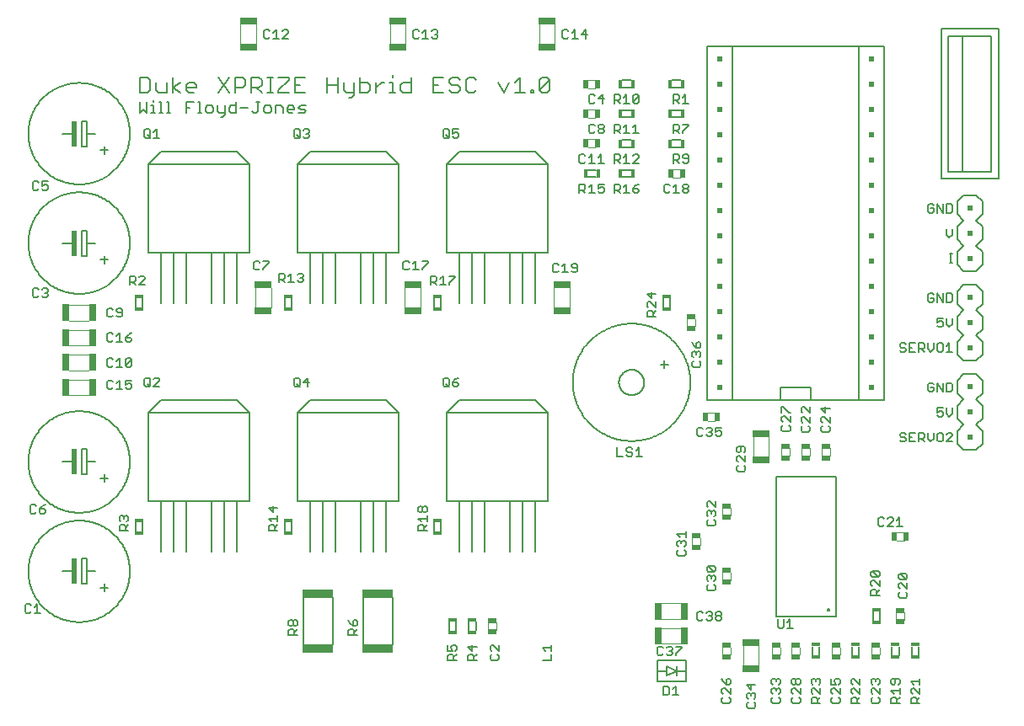
<source format=gto>
G75*
%MOIN*%
%OFA0B0*%
%FSLAX25Y25*%
%IPPOS*%
%LPD*%
%AMOC8*
5,1,8,0,0,1.08239X$1,22.5*
%
%ADD10C,0.00500*%
%ADD11C,0.00800*%
%ADD12C,0.00600*%
%ADD13C,0.00400*%
%ADD14R,0.03740X0.01969*%
%ADD15R,0.01969X0.03740*%
%ADD16R,0.03400X0.01600*%
%ADD17R,0.12205X0.03346*%
%ADD18R,0.02953X0.06693*%
%ADD19R,0.06693X0.02953*%
%ADD20R,0.02000X0.10000*%
%ADD21R,0.02000X0.02000*%
%ADD22R,0.01600X0.03400*%
D10*
X0045641Y0083443D02*
X0046809Y0083443D01*
X0047392Y0084027D01*
X0048740Y0083443D02*
X0051076Y0083443D01*
X0049908Y0083443D02*
X0049908Y0086946D01*
X0048740Y0085778D01*
X0047392Y0086362D02*
X0046809Y0086946D01*
X0045641Y0086946D01*
X0045057Y0086362D01*
X0045057Y0084027D01*
X0045641Y0083443D01*
X0082393Y0115923D02*
X0082393Y0117675D01*
X0082977Y0118259D01*
X0084144Y0118259D01*
X0084728Y0117675D01*
X0084728Y0115923D01*
X0085896Y0115923D02*
X0082393Y0115923D01*
X0084728Y0117091D02*
X0085896Y0118259D01*
X0085312Y0119606D02*
X0085896Y0120190D01*
X0085896Y0121358D01*
X0085312Y0121942D01*
X0084728Y0121942D01*
X0084144Y0121358D01*
X0084144Y0120774D01*
X0084144Y0121358D02*
X0083560Y0121942D01*
X0082977Y0121942D01*
X0082393Y0121358D01*
X0082393Y0120190D01*
X0082977Y0119606D01*
X0053044Y0123397D02*
X0053044Y0123981D01*
X0052460Y0124564D01*
X0050709Y0124564D01*
X0050709Y0123397D01*
X0051293Y0122813D01*
X0052460Y0122813D01*
X0053044Y0123397D01*
X0051876Y0125732D02*
X0050709Y0124564D01*
X0051876Y0125732D02*
X0053044Y0126316D01*
X0049361Y0125732D02*
X0048777Y0126316D01*
X0047609Y0126316D01*
X0047026Y0125732D01*
X0047026Y0123397D01*
X0047609Y0122813D01*
X0048777Y0122813D01*
X0049361Y0123397D01*
X0078121Y0172026D02*
X0079289Y0172026D01*
X0079873Y0172609D01*
X0081221Y0172026D02*
X0083556Y0172026D01*
X0082388Y0172026D02*
X0082388Y0175529D01*
X0081221Y0174361D01*
X0079873Y0174945D02*
X0079289Y0175529D01*
X0078121Y0175529D01*
X0077537Y0174945D01*
X0077537Y0172609D01*
X0078121Y0172026D01*
X0084904Y0172609D02*
X0085488Y0172026D01*
X0086655Y0172026D01*
X0087239Y0172609D01*
X0087239Y0173777D01*
X0086655Y0174361D01*
X0086071Y0174361D01*
X0084904Y0173777D01*
X0084904Y0175529D01*
X0087239Y0175529D01*
X0092301Y0175929D02*
X0092885Y0176513D01*
X0094053Y0176513D01*
X0094637Y0175929D01*
X0094637Y0173594D01*
X0094053Y0173010D01*
X0092885Y0173010D01*
X0092301Y0173594D01*
X0092301Y0175929D01*
X0093469Y0174177D02*
X0094637Y0173010D01*
X0095984Y0173010D02*
X0098320Y0175345D01*
X0098320Y0175929D01*
X0097736Y0176513D01*
X0096568Y0176513D01*
X0095984Y0175929D01*
X0095984Y0173010D02*
X0098320Y0173010D01*
X0087239Y0181468D02*
X0086655Y0180884D01*
X0085488Y0180884D01*
X0084904Y0181468D01*
X0087239Y0183803D01*
X0087239Y0181468D01*
X0087239Y0183803D02*
X0086655Y0184387D01*
X0085488Y0184387D01*
X0084904Y0183803D01*
X0084904Y0181468D01*
X0083556Y0180884D02*
X0081221Y0180884D01*
X0082388Y0180884D02*
X0082388Y0184387D01*
X0081221Y0183219D01*
X0079873Y0183803D02*
X0079289Y0184387D01*
X0078121Y0184387D01*
X0077537Y0183803D01*
X0077537Y0181468D01*
X0078121Y0180884D01*
X0079289Y0180884D01*
X0079873Y0181468D01*
X0079289Y0190726D02*
X0079873Y0191310D01*
X0079289Y0190726D02*
X0078121Y0190726D01*
X0077537Y0191310D01*
X0077537Y0193646D01*
X0078121Y0194229D01*
X0079289Y0194229D01*
X0079873Y0193646D01*
X0081221Y0193062D02*
X0082388Y0194229D01*
X0082388Y0190726D01*
X0081221Y0190726D02*
X0083556Y0190726D01*
X0084904Y0191310D02*
X0085488Y0190726D01*
X0086655Y0190726D01*
X0087239Y0191310D01*
X0087239Y0191894D01*
X0086655Y0192478D01*
X0084904Y0192478D01*
X0084904Y0191310D01*
X0084904Y0192478D02*
X0086071Y0193646D01*
X0087239Y0194229D01*
X0082972Y0200569D02*
X0083556Y0201153D01*
X0083556Y0203488D01*
X0082972Y0204072D01*
X0081804Y0204072D01*
X0081221Y0203488D01*
X0081221Y0202904D01*
X0081804Y0202320D01*
X0083556Y0202320D01*
X0082972Y0200569D02*
X0081804Y0200569D01*
X0081221Y0201153D01*
X0079873Y0201153D02*
X0079289Y0200569D01*
X0078121Y0200569D01*
X0077537Y0201153D01*
X0077537Y0203488D01*
X0078121Y0204072D01*
X0079289Y0204072D01*
X0079873Y0203488D01*
X0086396Y0213364D02*
X0086396Y0216867D01*
X0088147Y0216867D01*
X0088731Y0216283D01*
X0088731Y0215116D01*
X0088147Y0214532D01*
X0086396Y0214532D01*
X0087563Y0214532D02*
X0088731Y0213364D01*
X0090079Y0213364D02*
X0092414Y0215699D01*
X0092414Y0216283D01*
X0091830Y0216867D01*
X0090663Y0216867D01*
X0090079Y0216283D01*
X0090079Y0213364D02*
X0092414Y0213364D01*
X0054028Y0211362D02*
X0054028Y0210778D01*
X0053444Y0210194D01*
X0054028Y0209611D01*
X0054028Y0209027D01*
X0053444Y0208443D01*
X0052277Y0208443D01*
X0051693Y0209027D01*
X0050345Y0209027D02*
X0049761Y0208443D01*
X0048594Y0208443D01*
X0048010Y0209027D01*
X0048010Y0211362D01*
X0048594Y0211946D01*
X0049761Y0211946D01*
X0050345Y0211362D01*
X0051693Y0211362D02*
X0052277Y0211946D01*
X0053444Y0211946D01*
X0054028Y0211362D01*
X0053444Y0210194D02*
X0052861Y0210194D01*
X0052277Y0250766D02*
X0051693Y0251350D01*
X0052277Y0250766D02*
X0053444Y0250766D01*
X0054028Y0251350D01*
X0054028Y0252517D01*
X0053444Y0253101D01*
X0052861Y0253101D01*
X0051693Y0252517D01*
X0051693Y0254269D01*
X0054028Y0254269D01*
X0050345Y0253685D02*
X0049761Y0254269D01*
X0048594Y0254269D01*
X0048010Y0253685D01*
X0048010Y0251350D01*
X0048594Y0250766D01*
X0049761Y0250766D01*
X0050345Y0251350D01*
X0092301Y0272019D02*
X0092885Y0271435D01*
X0094053Y0271435D01*
X0094637Y0272019D01*
X0094637Y0274354D01*
X0094053Y0274938D01*
X0092885Y0274938D01*
X0092301Y0274354D01*
X0092301Y0272019D01*
X0093469Y0272603D02*
X0094637Y0271435D01*
X0095984Y0271435D02*
X0098320Y0271435D01*
X0097152Y0271435D02*
X0097152Y0274938D01*
X0095984Y0273770D01*
X0139545Y0311389D02*
X0140129Y0310805D01*
X0141297Y0310805D01*
X0141881Y0311389D01*
X0143228Y0310805D02*
X0145564Y0310805D01*
X0144396Y0310805D02*
X0144396Y0314308D01*
X0143228Y0313140D01*
X0141881Y0313724D02*
X0141297Y0314308D01*
X0140129Y0314308D01*
X0139545Y0313724D01*
X0139545Y0311389D01*
X0146912Y0310805D02*
X0149247Y0313140D01*
X0149247Y0313724D01*
X0148663Y0314308D01*
X0147495Y0314308D01*
X0146912Y0313724D01*
X0146912Y0310805D02*
X0149247Y0310805D01*
X0151940Y0274938D02*
X0153108Y0274938D01*
X0153692Y0274354D01*
X0153692Y0272019D01*
X0153108Y0271435D01*
X0151940Y0271435D01*
X0151356Y0272019D01*
X0151356Y0274354D01*
X0151940Y0274938D01*
X0152524Y0272603D02*
X0153692Y0271435D01*
X0155039Y0272019D02*
X0155623Y0271435D01*
X0156791Y0271435D01*
X0157375Y0272019D01*
X0157375Y0272603D01*
X0156791Y0273187D01*
X0156207Y0273187D01*
X0156791Y0273187D02*
X0157375Y0273770D01*
X0157375Y0274354D01*
X0156791Y0274938D01*
X0155623Y0274938D01*
X0155039Y0274354D01*
X0198600Y0311389D02*
X0199184Y0310805D01*
X0200352Y0310805D01*
X0200936Y0311389D01*
X0202284Y0310805D02*
X0204619Y0310805D01*
X0203451Y0310805D02*
X0203451Y0314308D01*
X0202284Y0313140D01*
X0200936Y0313724D02*
X0200352Y0314308D01*
X0199184Y0314308D01*
X0198600Y0313724D01*
X0198600Y0311389D01*
X0205967Y0311389D02*
X0206551Y0310805D01*
X0207718Y0310805D01*
X0208302Y0311389D01*
X0208302Y0311973D01*
X0207718Y0312557D01*
X0207134Y0312557D01*
X0207718Y0312557D02*
X0208302Y0313140D01*
X0208302Y0313724D01*
X0207718Y0314308D01*
X0206551Y0314308D01*
X0205967Y0313724D01*
X0210995Y0274938D02*
X0212163Y0274938D01*
X0212747Y0274354D01*
X0212747Y0272019D01*
X0212163Y0271435D01*
X0210995Y0271435D01*
X0210411Y0272019D01*
X0210411Y0274354D01*
X0210995Y0274938D01*
X0211579Y0272603D02*
X0212747Y0271435D01*
X0214095Y0272019D02*
X0214678Y0271435D01*
X0215846Y0271435D01*
X0216430Y0272019D01*
X0216430Y0273187D01*
X0215846Y0273770D01*
X0215262Y0273770D01*
X0214095Y0273187D01*
X0214095Y0274938D01*
X0216430Y0274938D01*
X0264323Y0264449D02*
X0264323Y0262113D01*
X0264906Y0261530D01*
X0266074Y0261530D01*
X0266658Y0262113D01*
X0268006Y0261530D02*
X0270341Y0261530D01*
X0269173Y0261530D02*
X0269173Y0265033D01*
X0268006Y0263865D01*
X0266658Y0264449D02*
X0266074Y0265033D01*
X0264906Y0265033D01*
X0264323Y0264449D01*
X0271689Y0263865D02*
X0272857Y0265033D01*
X0272857Y0261530D01*
X0274024Y0261530D02*
X0271689Y0261530D01*
X0278102Y0261530D02*
X0278102Y0265033D01*
X0279854Y0265033D01*
X0280437Y0264449D01*
X0280437Y0263281D01*
X0279854Y0262697D01*
X0278102Y0262697D01*
X0279270Y0262697D02*
X0280437Y0261530D01*
X0281785Y0261530D02*
X0284121Y0261530D01*
X0282953Y0261530D02*
X0282953Y0265033D01*
X0281785Y0263865D01*
X0285468Y0264449D02*
X0286052Y0265033D01*
X0287220Y0265033D01*
X0287804Y0264449D01*
X0287804Y0263865D01*
X0285468Y0261530D01*
X0287804Y0261530D01*
X0287804Y0253221D02*
X0286636Y0252638D01*
X0285468Y0251470D01*
X0287220Y0251470D01*
X0287804Y0250886D01*
X0287804Y0250302D01*
X0287220Y0249719D01*
X0286052Y0249719D01*
X0285468Y0250302D01*
X0285468Y0251470D01*
X0284121Y0249719D02*
X0281785Y0249719D01*
X0282953Y0249719D02*
X0282953Y0253221D01*
X0281785Y0252054D01*
X0280437Y0252638D02*
X0280437Y0251470D01*
X0279854Y0250886D01*
X0278102Y0250886D01*
X0278102Y0249719D02*
X0278102Y0253221D01*
X0279854Y0253221D01*
X0280437Y0252638D01*
X0279270Y0250886D02*
X0280437Y0249719D01*
X0274024Y0250302D02*
X0273440Y0249719D01*
X0272273Y0249719D01*
X0271689Y0250302D01*
X0271689Y0251470D02*
X0272857Y0252054D01*
X0273440Y0252054D01*
X0274024Y0251470D01*
X0274024Y0250302D01*
X0271689Y0251470D02*
X0271689Y0253221D01*
X0274024Y0253221D01*
X0269173Y0253221D02*
X0269173Y0249719D01*
X0268006Y0249719D02*
X0270341Y0249719D01*
X0268006Y0252054D02*
X0269173Y0253221D01*
X0266658Y0252638D02*
X0266658Y0251470D01*
X0266074Y0250886D01*
X0264323Y0250886D01*
X0265490Y0250886D02*
X0266658Y0249719D01*
X0264323Y0249719D02*
X0264323Y0253221D01*
X0266074Y0253221D01*
X0266658Y0252638D01*
X0268590Y0273341D02*
X0269757Y0273341D01*
X0270341Y0273924D01*
X0271689Y0273924D02*
X0271689Y0274508D01*
X0272273Y0275092D01*
X0273440Y0275092D01*
X0274024Y0274508D01*
X0274024Y0273924D01*
X0273440Y0273341D01*
X0272273Y0273341D01*
X0271689Y0273924D01*
X0272273Y0275092D02*
X0271689Y0275676D01*
X0271689Y0276260D01*
X0272273Y0276844D01*
X0273440Y0276844D01*
X0274024Y0276260D01*
X0274024Y0275676D01*
X0273440Y0275092D01*
X0270341Y0276260D02*
X0269757Y0276844D01*
X0268590Y0276844D01*
X0268006Y0276260D01*
X0268006Y0273924D01*
X0268590Y0273341D01*
X0278102Y0273341D02*
X0278102Y0276844D01*
X0279854Y0276844D01*
X0280437Y0276260D01*
X0280437Y0275092D01*
X0279854Y0274508D01*
X0278102Y0274508D01*
X0279270Y0274508D02*
X0280437Y0273341D01*
X0281785Y0273341D02*
X0284121Y0273341D01*
X0282953Y0273341D02*
X0282953Y0276844D01*
X0281785Y0275676D01*
X0285468Y0275676D02*
X0286636Y0276844D01*
X0286636Y0273341D01*
X0285468Y0273341D02*
X0287804Y0273341D01*
X0287220Y0285152D02*
X0286052Y0285152D01*
X0285468Y0285735D01*
X0287804Y0288071D01*
X0287804Y0285735D01*
X0287220Y0285152D01*
X0285468Y0285735D02*
X0285468Y0288071D01*
X0286052Y0288655D01*
X0287220Y0288655D01*
X0287804Y0288071D01*
X0284121Y0285152D02*
X0281785Y0285152D01*
X0282953Y0285152D02*
X0282953Y0288655D01*
X0281785Y0287487D01*
X0280437Y0288071D02*
X0280437Y0286903D01*
X0279854Y0286319D01*
X0278102Y0286319D01*
X0278102Y0285152D02*
X0278102Y0288655D01*
X0279854Y0288655D01*
X0280437Y0288071D01*
X0279270Y0286319D02*
X0280437Y0285152D01*
X0274024Y0286903D02*
X0271689Y0286903D01*
X0273440Y0288655D01*
X0273440Y0285152D01*
X0270341Y0285735D02*
X0269757Y0285152D01*
X0268590Y0285152D01*
X0268006Y0285735D01*
X0268006Y0288071D01*
X0268590Y0288655D01*
X0269757Y0288655D01*
X0270341Y0288071D01*
X0266773Y0310805D02*
X0266773Y0314308D01*
X0265022Y0312557D01*
X0267357Y0312557D01*
X0263674Y0310805D02*
X0261339Y0310805D01*
X0262506Y0310805D02*
X0262506Y0314308D01*
X0261339Y0313140D01*
X0259991Y0313724D02*
X0259407Y0314308D01*
X0258239Y0314308D01*
X0257656Y0313724D01*
X0257656Y0311389D01*
X0258239Y0310805D01*
X0259407Y0310805D01*
X0259991Y0311389D01*
X0301470Y0288655D02*
X0301470Y0285152D01*
X0301470Y0286319D02*
X0303222Y0286319D01*
X0303806Y0286903D01*
X0303806Y0288071D01*
X0303222Y0288655D01*
X0301470Y0288655D01*
X0302638Y0286319D02*
X0303806Y0285152D01*
X0305153Y0285152D02*
X0307489Y0285152D01*
X0306321Y0285152D02*
X0306321Y0288655D01*
X0305153Y0287487D01*
X0305153Y0276844D02*
X0307489Y0276844D01*
X0307489Y0276260D01*
X0305153Y0273924D01*
X0305153Y0273341D01*
X0303806Y0273341D02*
X0302638Y0274508D01*
X0303222Y0274508D02*
X0301470Y0274508D01*
X0301470Y0273341D02*
X0301470Y0276844D01*
X0303222Y0276844D01*
X0303806Y0276260D01*
X0303806Y0275092D01*
X0303222Y0274508D01*
X0303222Y0265033D02*
X0303806Y0264449D01*
X0303806Y0263281D01*
X0303222Y0262697D01*
X0301470Y0262697D01*
X0301470Y0261530D02*
X0301470Y0265033D01*
X0303222Y0265033D01*
X0305153Y0264449D02*
X0305153Y0263865D01*
X0305737Y0263281D01*
X0307489Y0263281D01*
X0307489Y0262113D02*
X0307489Y0264449D01*
X0306905Y0265033D01*
X0305737Y0265033D01*
X0305153Y0264449D01*
X0305153Y0262113D02*
X0305737Y0261530D01*
X0306905Y0261530D01*
X0307489Y0262113D01*
X0303806Y0261530D02*
X0302638Y0262697D01*
X0302638Y0253221D02*
X0302638Y0249719D01*
X0301470Y0249719D02*
X0303806Y0249719D01*
X0305153Y0250302D02*
X0305153Y0250886D01*
X0305737Y0251470D01*
X0306905Y0251470D01*
X0307489Y0250886D01*
X0307489Y0250302D01*
X0306905Y0249719D01*
X0305737Y0249719D01*
X0305153Y0250302D01*
X0305737Y0251470D02*
X0305153Y0252054D01*
X0305153Y0252638D01*
X0305737Y0253221D01*
X0306905Y0253221D01*
X0307489Y0252638D01*
X0307489Y0252054D01*
X0306905Y0251470D01*
X0302638Y0253221D02*
X0301470Y0252054D01*
X0300123Y0252638D02*
X0299539Y0253221D01*
X0298371Y0253221D01*
X0297787Y0252638D01*
X0297787Y0250302D01*
X0298371Y0249719D01*
X0299539Y0249719D01*
X0300123Y0250302D01*
X0263420Y0221205D02*
X0262836Y0221788D01*
X0261669Y0221788D01*
X0261085Y0221205D01*
X0261085Y0220621D01*
X0261669Y0220037D01*
X0263420Y0220037D01*
X0263420Y0218869D02*
X0263420Y0221205D01*
X0263420Y0218869D02*
X0262836Y0218285D01*
X0261669Y0218285D01*
X0261085Y0218869D01*
X0259737Y0218285D02*
X0257402Y0218285D01*
X0258569Y0218285D02*
X0258569Y0221788D01*
X0257402Y0220621D01*
X0256054Y0221205D02*
X0255470Y0221788D01*
X0254302Y0221788D01*
X0253719Y0221205D01*
X0253719Y0218869D01*
X0254302Y0218285D01*
X0255470Y0218285D01*
X0256054Y0218869D01*
X0291054Y0209687D02*
X0292806Y0207935D01*
X0292806Y0210271D01*
X0294557Y0209687D02*
X0291054Y0209687D01*
X0291638Y0206587D02*
X0291054Y0206004D01*
X0291054Y0204836D01*
X0291638Y0204252D01*
X0291638Y0202904D02*
X0292806Y0202904D01*
X0293389Y0202320D01*
X0293389Y0200569D01*
X0293389Y0201737D02*
X0294557Y0202904D01*
X0294557Y0204252D02*
X0292222Y0206587D01*
X0291638Y0206587D01*
X0294557Y0206587D02*
X0294557Y0204252D01*
X0291638Y0202904D02*
X0291054Y0202320D01*
X0291054Y0200569D01*
X0294557Y0200569D01*
X0308771Y0190585D02*
X0309354Y0189418D01*
X0310522Y0188250D01*
X0310522Y0190002D01*
X0311106Y0190585D01*
X0311690Y0190585D01*
X0312274Y0190002D01*
X0312274Y0188834D01*
X0311690Y0188250D01*
X0310522Y0188250D01*
X0309938Y0186902D02*
X0310522Y0186318D01*
X0311106Y0186902D01*
X0311690Y0186902D01*
X0312274Y0186318D01*
X0312274Y0185151D01*
X0311690Y0184567D01*
X0311690Y0183219D02*
X0312274Y0182635D01*
X0312274Y0181468D01*
X0311690Y0180884D01*
X0309354Y0180884D01*
X0308771Y0181468D01*
X0308771Y0182635D01*
X0309354Y0183219D01*
X0309354Y0184567D02*
X0308771Y0185151D01*
X0308771Y0186318D01*
X0309354Y0186902D01*
X0309938Y0186902D01*
X0310522Y0186318D02*
X0310522Y0185735D01*
X0344204Y0164995D02*
X0344788Y0164995D01*
X0347123Y0162660D01*
X0347707Y0162660D01*
X0347707Y0161312D02*
X0347707Y0158976D01*
X0345371Y0161312D01*
X0344788Y0161312D01*
X0344204Y0160728D01*
X0344204Y0159560D01*
X0344788Y0158976D01*
X0344788Y0157629D02*
X0344204Y0157045D01*
X0344204Y0155877D01*
X0344788Y0155293D01*
X0347123Y0155293D01*
X0347707Y0155877D01*
X0347707Y0157045D01*
X0347123Y0157629D01*
X0352015Y0156950D02*
X0352015Y0155783D01*
X0352599Y0155199D01*
X0354934Y0155199D01*
X0355518Y0155783D01*
X0355518Y0156950D01*
X0354934Y0157534D01*
X0355518Y0158882D02*
X0353182Y0161217D01*
X0352599Y0161217D01*
X0352015Y0160633D01*
X0352015Y0159466D01*
X0352599Y0158882D01*
X0352599Y0157534D02*
X0352015Y0156950D01*
X0355518Y0158882D02*
X0355518Y0161217D01*
X0355518Y0162565D02*
X0353182Y0164900D01*
X0352599Y0164900D01*
X0352015Y0164317D01*
X0352015Y0163149D01*
X0352599Y0162565D01*
X0355518Y0162565D02*
X0355518Y0164900D01*
X0359889Y0164317D02*
X0361640Y0162565D01*
X0361640Y0164900D01*
X0359889Y0164317D02*
X0363392Y0164317D01*
X0363392Y0161217D02*
X0363392Y0158882D01*
X0361056Y0161217D01*
X0360473Y0161217D01*
X0359889Y0160633D01*
X0359889Y0159466D01*
X0360473Y0158882D01*
X0360473Y0157534D02*
X0359889Y0156950D01*
X0359889Y0155783D01*
X0360473Y0155199D01*
X0362808Y0155199D01*
X0363392Y0155783D01*
X0363392Y0156950D01*
X0362808Y0157534D01*
X0344204Y0162660D02*
X0344204Y0164995D01*
X0329406Y0149247D02*
X0327071Y0149247D01*
X0326487Y0148663D01*
X0326487Y0147495D01*
X0327071Y0146912D01*
X0327655Y0146912D01*
X0328239Y0147495D01*
X0328239Y0149247D01*
X0329406Y0149247D02*
X0329990Y0148663D01*
X0329990Y0147495D01*
X0329406Y0146912D01*
X0329990Y0145564D02*
X0329990Y0143228D01*
X0327655Y0145564D01*
X0327071Y0145564D01*
X0326487Y0144980D01*
X0326487Y0143812D01*
X0327071Y0143228D01*
X0327071Y0141881D02*
X0326487Y0141297D01*
X0326487Y0140129D01*
X0327071Y0139545D01*
X0329406Y0139545D01*
X0329990Y0140129D01*
X0329990Y0141297D01*
X0329406Y0141881D01*
X0319923Y0153325D02*
X0318755Y0153325D01*
X0318171Y0153909D01*
X0318171Y0155076D02*
X0319339Y0155660D01*
X0319923Y0155660D01*
X0320507Y0155076D01*
X0320507Y0153909D01*
X0319923Y0153325D01*
X0318171Y0155076D02*
X0318171Y0156828D01*
X0320507Y0156828D01*
X0316824Y0156244D02*
X0316824Y0155660D01*
X0316240Y0155076D01*
X0316824Y0154492D01*
X0316824Y0153909D01*
X0316240Y0153325D01*
X0315072Y0153325D01*
X0314488Y0153909D01*
X0313140Y0153909D02*
X0312557Y0153325D01*
X0311389Y0153325D01*
X0310805Y0153909D01*
X0310805Y0156244D01*
X0311389Y0156828D01*
X0312557Y0156828D01*
X0313140Y0156244D01*
X0314488Y0156244D02*
X0315072Y0156828D01*
X0316240Y0156828D01*
X0316824Y0156244D01*
X0316240Y0155076D02*
X0315656Y0155076D01*
X0289011Y0145451D02*
X0286675Y0145451D01*
X0287843Y0145451D02*
X0287843Y0148954D01*
X0286675Y0147786D01*
X0285328Y0148370D02*
X0284744Y0148954D01*
X0283576Y0148954D01*
X0282992Y0148370D01*
X0282992Y0147786D01*
X0283576Y0147202D01*
X0284744Y0147202D01*
X0285328Y0146618D01*
X0285328Y0146035D01*
X0284744Y0145451D01*
X0283576Y0145451D01*
X0282992Y0146035D01*
X0281644Y0145451D02*
X0279309Y0145451D01*
X0279309Y0148954D01*
X0314676Y0127010D02*
X0314676Y0125842D01*
X0315260Y0125258D01*
X0315260Y0123910D02*
X0315844Y0123910D01*
X0316428Y0123326D01*
X0317011Y0123910D01*
X0317595Y0123910D01*
X0318179Y0123326D01*
X0318179Y0122159D01*
X0317595Y0121575D01*
X0317595Y0120227D02*
X0318179Y0119643D01*
X0318179Y0118476D01*
X0317595Y0117892D01*
X0315260Y0117892D01*
X0314676Y0118476D01*
X0314676Y0119643D01*
X0315260Y0120227D01*
X0315260Y0121575D02*
X0314676Y0122159D01*
X0314676Y0123326D01*
X0315260Y0123910D01*
X0316428Y0123326D02*
X0316428Y0122743D01*
X0318179Y0125258D02*
X0315844Y0127593D01*
X0315260Y0127593D01*
X0314676Y0127010D01*
X0318179Y0127593D02*
X0318179Y0125258D01*
X0306368Y0115782D02*
X0306368Y0113447D01*
X0306368Y0114615D02*
X0302865Y0114615D01*
X0304033Y0113447D01*
X0304033Y0112099D02*
X0304617Y0111515D01*
X0305200Y0112099D01*
X0305784Y0112099D01*
X0306368Y0111515D01*
X0306368Y0110348D01*
X0305784Y0109764D01*
X0305784Y0108416D02*
X0306368Y0107832D01*
X0306368Y0106665D01*
X0305784Y0106081D01*
X0303449Y0106081D01*
X0302865Y0106665D01*
X0302865Y0107832D01*
X0303449Y0108416D01*
X0303449Y0109764D02*
X0302865Y0110348D01*
X0302865Y0111515D01*
X0303449Y0112099D01*
X0304033Y0112099D01*
X0304617Y0111515D02*
X0304617Y0110932D01*
X0314676Y0101419D02*
X0315260Y0102003D01*
X0317595Y0099667D01*
X0318179Y0100251D01*
X0318179Y0101419D01*
X0317595Y0102003D01*
X0315260Y0102003D01*
X0314676Y0101419D02*
X0314676Y0100251D01*
X0315260Y0099667D01*
X0317595Y0099667D01*
X0317595Y0098320D02*
X0318179Y0097736D01*
X0318179Y0096568D01*
X0317595Y0095984D01*
X0317595Y0094637D02*
X0318179Y0094053D01*
X0318179Y0092885D01*
X0317595Y0092301D01*
X0315260Y0092301D01*
X0314676Y0092885D01*
X0314676Y0094053D01*
X0315260Y0094637D01*
X0315260Y0095984D02*
X0314676Y0096568D01*
X0314676Y0097736D01*
X0315260Y0098320D01*
X0315844Y0098320D01*
X0316428Y0097736D01*
X0317011Y0098320D01*
X0317595Y0098320D01*
X0316428Y0097736D02*
X0316428Y0097152D01*
X0316240Y0083993D02*
X0316824Y0083409D01*
X0316824Y0082825D01*
X0316240Y0082242D01*
X0316824Y0081658D01*
X0316824Y0081074D01*
X0316240Y0080490D01*
X0315072Y0080490D01*
X0314488Y0081074D01*
X0313140Y0081074D02*
X0312557Y0080490D01*
X0311389Y0080490D01*
X0310805Y0081074D01*
X0310805Y0083409D01*
X0311389Y0083993D01*
X0312557Y0083993D01*
X0313140Y0083409D01*
X0314488Y0083409D02*
X0315072Y0083993D01*
X0316240Y0083993D01*
X0316240Y0082242D02*
X0315656Y0082242D01*
X0318171Y0082825D02*
X0318171Y0083409D01*
X0318755Y0083993D01*
X0319923Y0083993D01*
X0320507Y0083409D01*
X0320507Y0082825D01*
X0319923Y0082242D01*
X0318755Y0082242D01*
X0318171Y0082825D01*
X0318755Y0082242D02*
X0318171Y0081658D01*
X0318171Y0081074D01*
X0318755Y0080490D01*
X0319923Y0080490D01*
X0320507Y0081074D01*
X0320507Y0081658D01*
X0319923Y0082242D01*
X0304759Y0070214D02*
X0304759Y0069630D01*
X0302423Y0067294D01*
X0302423Y0066711D01*
X0301076Y0067294D02*
X0300492Y0066711D01*
X0299324Y0066711D01*
X0298740Y0067294D01*
X0297392Y0067294D02*
X0296809Y0066711D01*
X0295641Y0066711D01*
X0295057Y0067294D01*
X0295057Y0069630D01*
X0295641Y0070214D01*
X0296809Y0070214D01*
X0297392Y0069630D01*
X0298740Y0069630D02*
X0299324Y0070214D01*
X0300492Y0070214D01*
X0301076Y0069630D01*
X0301076Y0069046D01*
X0300492Y0068462D01*
X0301076Y0067878D01*
X0301076Y0067294D01*
X0300492Y0068462D02*
X0299908Y0068462D01*
X0302423Y0070214D02*
X0304759Y0070214D01*
X0320645Y0057489D02*
X0321228Y0056321D01*
X0322396Y0055153D01*
X0322396Y0056905D01*
X0322980Y0057489D01*
X0323564Y0057489D01*
X0324148Y0056905D01*
X0324148Y0055737D01*
X0323564Y0055153D01*
X0322396Y0055153D01*
X0321812Y0053806D02*
X0321228Y0053806D01*
X0320645Y0053222D01*
X0320645Y0052054D01*
X0321228Y0051470D01*
X0321228Y0050123D02*
X0320645Y0049539D01*
X0320645Y0048371D01*
X0321228Y0047787D01*
X0323564Y0047787D01*
X0324148Y0048371D01*
X0324148Y0049539D01*
X0323564Y0050123D01*
X0324148Y0051470D02*
X0321812Y0053806D01*
X0324148Y0053806D02*
X0324148Y0051470D01*
X0330487Y0051253D02*
X0331071Y0051837D01*
X0331655Y0051837D01*
X0332239Y0051253D01*
X0332823Y0051837D01*
X0333406Y0051837D01*
X0333990Y0051253D01*
X0333990Y0050086D01*
X0333406Y0049502D01*
X0333406Y0048154D02*
X0333990Y0047570D01*
X0333990Y0046402D01*
X0333406Y0045819D01*
X0331071Y0045819D01*
X0330487Y0046402D01*
X0330487Y0047570D01*
X0331071Y0048154D01*
X0331071Y0049502D02*
X0330487Y0050086D01*
X0330487Y0051253D01*
X0332239Y0051253D02*
X0332239Y0050669D01*
X0332239Y0053185D02*
X0332239Y0055520D01*
X0333990Y0054936D02*
X0330487Y0054936D01*
X0332239Y0053185D01*
X0340330Y0053222D02*
X0340330Y0052054D01*
X0340914Y0051470D01*
X0340914Y0050123D02*
X0340330Y0049539D01*
X0340330Y0048371D01*
X0340914Y0047787D01*
X0343249Y0047787D01*
X0343833Y0048371D01*
X0343833Y0049539D01*
X0343249Y0050123D01*
X0343249Y0051470D02*
X0343833Y0052054D01*
X0343833Y0053222D01*
X0343249Y0053806D01*
X0342665Y0053806D01*
X0342081Y0053222D01*
X0342081Y0052638D01*
X0342081Y0053222D02*
X0341497Y0053806D01*
X0340914Y0053806D01*
X0340330Y0053222D01*
X0340914Y0055153D02*
X0340330Y0055737D01*
X0340330Y0056905D01*
X0340914Y0057489D01*
X0341497Y0057489D01*
X0342081Y0056905D01*
X0342665Y0057489D01*
X0343249Y0057489D01*
X0343833Y0056905D01*
X0343833Y0055737D01*
X0343249Y0055153D01*
X0342081Y0056321D02*
X0342081Y0056905D01*
X0348204Y0056905D02*
X0348204Y0055737D01*
X0348788Y0055153D01*
X0349371Y0055153D01*
X0349955Y0055737D01*
X0349955Y0056905D01*
X0350539Y0057489D01*
X0351123Y0057489D01*
X0351707Y0056905D01*
X0351707Y0055737D01*
X0351123Y0055153D01*
X0350539Y0055153D01*
X0349955Y0055737D01*
X0349955Y0056905D02*
X0349371Y0057489D01*
X0348788Y0057489D01*
X0348204Y0056905D01*
X0348788Y0053806D02*
X0348204Y0053222D01*
X0348204Y0052054D01*
X0348788Y0051470D01*
X0348788Y0050123D02*
X0348204Y0049539D01*
X0348204Y0048371D01*
X0348788Y0047787D01*
X0351123Y0047787D01*
X0351707Y0048371D01*
X0351707Y0049539D01*
X0351123Y0050123D01*
X0351707Y0051470D02*
X0349371Y0053806D01*
X0348788Y0053806D01*
X0351707Y0053806D02*
X0351707Y0051470D01*
X0356078Y0052054D02*
X0356078Y0053222D01*
X0356662Y0053806D01*
X0357245Y0053806D01*
X0359581Y0051470D01*
X0359581Y0053806D01*
X0358997Y0055153D02*
X0359581Y0055737D01*
X0359581Y0056905D01*
X0358997Y0057489D01*
X0358413Y0057489D01*
X0357829Y0056905D01*
X0357829Y0056321D01*
X0357829Y0056905D02*
X0357245Y0057489D01*
X0356662Y0057489D01*
X0356078Y0056905D01*
X0356078Y0055737D01*
X0356662Y0055153D01*
X0356078Y0052054D02*
X0356662Y0051470D01*
X0356662Y0050123D02*
X0357829Y0050123D01*
X0358413Y0049539D01*
X0358413Y0047787D01*
X0359581Y0047787D02*
X0356078Y0047787D01*
X0356078Y0049539D01*
X0356662Y0050123D01*
X0358413Y0048955D02*
X0359581Y0050123D01*
X0363952Y0049539D02*
X0363952Y0048371D01*
X0364536Y0047787D01*
X0366871Y0047787D01*
X0367455Y0048371D01*
X0367455Y0049539D01*
X0366871Y0050123D01*
X0367455Y0051470D02*
X0365119Y0053806D01*
X0364536Y0053806D01*
X0363952Y0053222D01*
X0363952Y0052054D01*
X0364536Y0051470D01*
X0364536Y0050123D02*
X0363952Y0049539D01*
X0367455Y0051470D02*
X0367455Y0053806D01*
X0366871Y0055153D02*
X0367455Y0055737D01*
X0367455Y0056905D01*
X0366871Y0057489D01*
X0365703Y0057489D01*
X0365119Y0056905D01*
X0365119Y0056321D01*
X0365703Y0055153D01*
X0363952Y0055153D01*
X0363952Y0057489D01*
X0371826Y0056905D02*
X0371826Y0055737D01*
X0372410Y0055153D01*
X0372410Y0053806D02*
X0371826Y0053222D01*
X0371826Y0052054D01*
X0372410Y0051470D01*
X0372410Y0050123D02*
X0373577Y0050123D01*
X0374161Y0049539D01*
X0374161Y0047787D01*
X0375329Y0047787D02*
X0371826Y0047787D01*
X0371826Y0049539D01*
X0372410Y0050123D01*
X0374161Y0048955D02*
X0375329Y0050123D01*
X0375329Y0051470D02*
X0372993Y0053806D01*
X0372410Y0053806D01*
X0375329Y0053806D02*
X0375329Y0051470D01*
X0375329Y0055153D02*
X0372993Y0057489D01*
X0372410Y0057489D01*
X0371826Y0056905D01*
X0375329Y0057489D02*
X0375329Y0055153D01*
X0379700Y0055737D02*
X0379700Y0056905D01*
X0380284Y0057489D01*
X0380867Y0057489D01*
X0381451Y0056905D01*
X0382035Y0057489D01*
X0382619Y0057489D01*
X0383203Y0056905D01*
X0383203Y0055737D01*
X0382619Y0055153D01*
X0383203Y0053806D02*
X0383203Y0051470D01*
X0380867Y0053806D01*
X0380284Y0053806D01*
X0379700Y0053222D01*
X0379700Y0052054D01*
X0380284Y0051470D01*
X0380284Y0050123D02*
X0379700Y0049539D01*
X0379700Y0048371D01*
X0380284Y0047787D01*
X0382619Y0047787D01*
X0383203Y0048371D01*
X0383203Y0049539D01*
X0382619Y0050123D01*
X0387574Y0049539D02*
X0387574Y0047787D01*
X0391077Y0047787D01*
X0389909Y0047787D02*
X0389909Y0049539D01*
X0389325Y0050123D01*
X0388158Y0050123D01*
X0387574Y0049539D01*
X0388741Y0051470D02*
X0387574Y0052638D01*
X0391077Y0052638D01*
X0391077Y0051470D02*
X0391077Y0053806D01*
X0390493Y0055153D02*
X0391077Y0055737D01*
X0391077Y0056905D01*
X0390493Y0057489D01*
X0388158Y0057489D01*
X0387574Y0056905D01*
X0387574Y0055737D01*
X0388158Y0055153D01*
X0388741Y0055153D01*
X0389325Y0055737D01*
X0389325Y0057489D01*
X0381451Y0056905D02*
X0381451Y0056321D01*
X0380284Y0055153D02*
X0379700Y0055737D01*
X0389909Y0048955D02*
X0391077Y0050123D01*
X0395448Y0049539D02*
X0395448Y0047787D01*
X0398951Y0047787D01*
X0397783Y0047787D02*
X0397783Y0049539D01*
X0397199Y0050123D01*
X0396032Y0050123D01*
X0395448Y0049539D01*
X0396032Y0051470D02*
X0395448Y0052054D01*
X0395448Y0053222D01*
X0396032Y0053806D01*
X0396615Y0053806D01*
X0398951Y0051470D01*
X0398951Y0053806D01*
X0398951Y0055153D02*
X0398951Y0057489D01*
X0398951Y0056321D02*
X0395448Y0056321D01*
X0396615Y0055153D01*
X0398951Y0050123D02*
X0397783Y0048955D01*
X0348827Y0077474D02*
X0346492Y0077474D01*
X0347660Y0077474D02*
X0347660Y0080977D01*
X0346492Y0079810D01*
X0345144Y0080977D02*
X0345144Y0078058D01*
X0344560Y0077474D01*
X0343393Y0077474D01*
X0342809Y0078058D01*
X0342809Y0080977D01*
X0379637Y0090333D02*
X0379637Y0092084D01*
X0380221Y0092668D01*
X0381388Y0092668D01*
X0381972Y0092084D01*
X0381972Y0090333D01*
X0381972Y0091500D02*
X0383140Y0092668D01*
X0383140Y0094016D02*
X0380804Y0096351D01*
X0380221Y0096351D01*
X0379637Y0095767D01*
X0379637Y0094600D01*
X0380221Y0094016D01*
X0383140Y0094016D02*
X0383140Y0096351D01*
X0382556Y0097699D02*
X0380221Y0100034D01*
X0382556Y0100034D01*
X0383140Y0099450D01*
X0383140Y0098283D01*
X0382556Y0097699D01*
X0380221Y0097699D01*
X0379637Y0098283D01*
X0379637Y0099450D01*
X0380221Y0100034D01*
X0379637Y0090333D02*
X0383140Y0090333D01*
X0390464Y0089932D02*
X0391047Y0089348D01*
X0393383Y0089348D01*
X0393967Y0089932D01*
X0393967Y0091100D01*
X0393383Y0091684D01*
X0393967Y0093032D02*
X0391631Y0095367D01*
X0391047Y0095367D01*
X0390464Y0094783D01*
X0390464Y0093615D01*
X0391047Y0093032D01*
X0391047Y0091684D02*
X0390464Y0091100D01*
X0390464Y0089932D01*
X0393967Y0093032D02*
X0393967Y0095367D01*
X0393383Y0096715D02*
X0391047Y0099050D01*
X0393383Y0099050D01*
X0393967Y0098466D01*
X0393967Y0097299D01*
X0393383Y0096715D01*
X0391047Y0096715D01*
X0390464Y0097299D01*
X0390464Y0098466D01*
X0391047Y0099050D01*
X0390967Y0117829D02*
X0390967Y0121332D01*
X0389799Y0120164D01*
X0388451Y0120164D02*
X0388451Y0120748D01*
X0387867Y0121332D01*
X0386700Y0121332D01*
X0386116Y0120748D01*
X0384768Y0120748D02*
X0384184Y0121332D01*
X0383017Y0121332D01*
X0382433Y0120748D01*
X0382433Y0118413D01*
X0383017Y0117829D01*
X0384184Y0117829D01*
X0384768Y0118413D01*
X0386116Y0117829D02*
X0388451Y0120164D01*
X0388451Y0117829D02*
X0386116Y0117829D01*
X0389799Y0117829D02*
X0392134Y0117829D01*
X0391652Y0151293D02*
X0391068Y0151877D01*
X0391652Y0151293D02*
X0392820Y0151293D01*
X0393404Y0151877D01*
X0393404Y0152461D01*
X0392820Y0153045D01*
X0391652Y0153045D01*
X0391068Y0153629D01*
X0391068Y0154212D01*
X0391652Y0154796D01*
X0392820Y0154796D01*
X0393404Y0154212D01*
X0394752Y0154796D02*
X0394752Y0151293D01*
X0397087Y0151293D01*
X0398435Y0151293D02*
X0398435Y0154796D01*
X0400186Y0154796D01*
X0400770Y0154212D01*
X0400770Y0153045D01*
X0400186Y0152461D01*
X0398435Y0152461D01*
X0399602Y0152461D02*
X0400770Y0151293D01*
X0402118Y0152461D02*
X0403286Y0151293D01*
X0404453Y0152461D01*
X0404453Y0154796D01*
X0405801Y0154212D02*
X0406385Y0154796D01*
X0407553Y0154796D01*
X0408136Y0154212D01*
X0408136Y0151877D01*
X0407553Y0151293D01*
X0406385Y0151293D01*
X0405801Y0151877D01*
X0405801Y0154212D01*
X0409484Y0154212D02*
X0410068Y0154796D01*
X0411236Y0154796D01*
X0411819Y0154212D01*
X0411819Y0153629D01*
X0409484Y0151293D01*
X0411819Y0151293D01*
X0402118Y0152461D02*
X0402118Y0154796D01*
X0397087Y0154796D02*
X0394752Y0154796D01*
X0394752Y0153045D02*
X0395919Y0153045D01*
X0405801Y0161720D02*
X0406385Y0161136D01*
X0407553Y0161136D01*
X0408136Y0161720D01*
X0408136Y0162887D01*
X0407553Y0163471D01*
X0406969Y0163471D01*
X0405801Y0162887D01*
X0405801Y0164639D01*
X0408136Y0164639D01*
X0409484Y0164639D02*
X0409484Y0162303D01*
X0410652Y0161136D01*
X0411820Y0162303D01*
X0411820Y0164639D01*
X0411236Y0170978D02*
X0411820Y0171562D01*
X0411820Y0173898D01*
X0411236Y0174481D01*
X0409484Y0174481D01*
X0409484Y0170978D01*
X0411236Y0170978D01*
X0408136Y0170978D02*
X0408136Y0174481D01*
X0405801Y0174481D02*
X0408136Y0170978D01*
X0405801Y0170978D02*
X0405801Y0174481D01*
X0404453Y0173898D02*
X0403869Y0174481D01*
X0402702Y0174481D01*
X0402118Y0173898D01*
X0402118Y0171562D01*
X0402702Y0170978D01*
X0403869Y0170978D01*
X0404453Y0171562D01*
X0404453Y0172730D01*
X0403286Y0172730D01*
X0403286Y0186726D02*
X0404453Y0187894D01*
X0404453Y0190229D01*
X0405801Y0189646D02*
X0405801Y0187310D01*
X0406385Y0186726D01*
X0407553Y0186726D01*
X0408136Y0187310D01*
X0408136Y0189646D01*
X0407553Y0190229D01*
X0406385Y0190229D01*
X0405801Y0189646D01*
X0402118Y0190229D02*
X0402118Y0187894D01*
X0403286Y0186726D01*
X0400770Y0186726D02*
X0399602Y0187894D01*
X0400186Y0187894D02*
X0398435Y0187894D01*
X0398435Y0186726D02*
X0398435Y0190229D01*
X0400186Y0190229D01*
X0400770Y0189646D01*
X0400770Y0188478D01*
X0400186Y0187894D01*
X0397087Y0186726D02*
X0394752Y0186726D01*
X0394752Y0190229D01*
X0397087Y0190229D01*
X0395919Y0188478D02*
X0394752Y0188478D01*
X0393404Y0187894D02*
X0393404Y0187310D01*
X0392820Y0186726D01*
X0391652Y0186726D01*
X0391068Y0187310D01*
X0391652Y0188478D02*
X0392820Y0188478D01*
X0393404Y0187894D01*
X0393404Y0189646D02*
X0392820Y0190229D01*
X0391652Y0190229D01*
X0391068Y0189646D01*
X0391068Y0189062D01*
X0391652Y0188478D01*
X0405801Y0197153D02*
X0406385Y0196569D01*
X0407553Y0196569D01*
X0408136Y0197153D01*
X0408136Y0198320D01*
X0407553Y0198904D01*
X0406969Y0198904D01*
X0405801Y0198320D01*
X0405801Y0200072D01*
X0408136Y0200072D01*
X0409484Y0200072D02*
X0409484Y0197737D01*
X0410652Y0196569D01*
X0411820Y0197737D01*
X0411820Y0200072D01*
X0411236Y0206411D02*
X0411820Y0206995D01*
X0411820Y0209331D01*
X0411236Y0209914D01*
X0409484Y0209914D01*
X0409484Y0206411D01*
X0411236Y0206411D01*
X0408136Y0206411D02*
X0408136Y0209914D01*
X0405801Y0209914D02*
X0408136Y0206411D01*
X0405801Y0206411D02*
X0405801Y0209914D01*
X0404453Y0209331D02*
X0403869Y0209914D01*
X0402702Y0209914D01*
X0402118Y0209331D01*
X0402118Y0206995D01*
X0402702Y0206411D01*
X0403869Y0206411D01*
X0404453Y0206995D01*
X0404453Y0208163D01*
X0403286Y0208163D01*
X0410712Y0222159D02*
X0411880Y0222159D01*
X0411296Y0222159D02*
X0411296Y0225662D01*
X0410712Y0225662D02*
X0411880Y0225662D01*
X0410652Y0232002D02*
X0411820Y0233170D01*
X0411820Y0235505D01*
X0409484Y0235505D02*
X0409484Y0233170D01*
X0410652Y0232002D01*
X0411236Y0241844D02*
X0411820Y0242428D01*
X0411820Y0244764D01*
X0411236Y0245347D01*
X0409484Y0245347D01*
X0409484Y0241844D01*
X0411236Y0241844D01*
X0408136Y0241844D02*
X0408136Y0245347D01*
X0405801Y0245347D02*
X0408136Y0241844D01*
X0405801Y0241844D02*
X0405801Y0245347D01*
X0404453Y0244764D02*
X0403869Y0245347D01*
X0402702Y0245347D01*
X0402118Y0244764D01*
X0402118Y0242428D01*
X0402702Y0241844D01*
X0403869Y0241844D01*
X0404453Y0242428D01*
X0404453Y0243596D01*
X0403286Y0243596D01*
X0410652Y0190229D02*
X0410652Y0186726D01*
X0411819Y0186726D02*
X0409484Y0186726D01*
X0409484Y0189062D02*
X0410652Y0190229D01*
X0253219Y0070761D02*
X0253219Y0068425D01*
X0253219Y0069593D02*
X0249716Y0069593D01*
X0250883Y0068425D01*
X0253219Y0067077D02*
X0253219Y0064742D01*
X0249716Y0064742D01*
X0232549Y0065326D02*
X0232549Y0066494D01*
X0231965Y0067077D01*
X0232549Y0068425D02*
X0230214Y0070761D01*
X0229630Y0070761D01*
X0229046Y0070177D01*
X0229046Y0069009D01*
X0229630Y0068425D01*
X0229630Y0067077D02*
X0229046Y0066494D01*
X0229046Y0065326D01*
X0229630Y0064742D01*
X0231965Y0064742D01*
X0232549Y0065326D01*
X0232549Y0068425D02*
X0232549Y0070761D01*
X0223691Y0070177D02*
X0220188Y0070177D01*
X0221939Y0068425D01*
X0221939Y0070761D01*
X0221939Y0067077D02*
X0222523Y0066494D01*
X0222523Y0064742D01*
X0222523Y0065910D02*
X0223691Y0067077D01*
X0221939Y0067077D02*
X0220772Y0067077D01*
X0220188Y0066494D01*
X0220188Y0064742D01*
X0223691Y0064742D01*
X0215817Y0064742D02*
X0212314Y0064742D01*
X0212314Y0066494D01*
X0212898Y0067077D01*
X0214065Y0067077D01*
X0214649Y0066494D01*
X0214649Y0064742D01*
X0214649Y0065910D02*
X0215817Y0067077D01*
X0215233Y0068425D02*
X0215817Y0069009D01*
X0215817Y0070177D01*
X0215233Y0070761D01*
X0214065Y0070761D01*
X0213482Y0070177D01*
X0213482Y0069593D01*
X0214065Y0068425D01*
X0212314Y0068425D01*
X0212314Y0070761D01*
X0176447Y0074585D02*
X0172944Y0074585D01*
X0172944Y0076336D01*
X0173528Y0076920D01*
X0174695Y0076920D01*
X0175279Y0076336D01*
X0175279Y0074585D01*
X0175279Y0075752D02*
X0176447Y0076920D01*
X0175863Y0078268D02*
X0176447Y0078852D01*
X0176447Y0080019D01*
X0175863Y0080603D01*
X0175279Y0080603D01*
X0174695Y0080019D01*
X0174695Y0078268D01*
X0175863Y0078268D01*
X0174695Y0078268D02*
X0173528Y0079435D01*
X0172944Y0080603D01*
X0152825Y0080019D02*
X0152825Y0078852D01*
X0152241Y0078268D01*
X0151657Y0078268D01*
X0151073Y0078852D01*
X0151073Y0080019D01*
X0151657Y0080603D01*
X0152241Y0080603D01*
X0152825Y0080019D01*
X0151073Y0080019D02*
X0150489Y0080603D01*
X0149906Y0080603D01*
X0149322Y0080019D01*
X0149322Y0078852D01*
X0149906Y0078268D01*
X0150489Y0078268D01*
X0151073Y0078852D01*
X0151073Y0076920D02*
X0151657Y0076336D01*
X0151657Y0074585D01*
X0151657Y0075752D02*
X0152825Y0076920D01*
X0151073Y0076920D02*
X0149906Y0076920D01*
X0149322Y0076336D01*
X0149322Y0074585D01*
X0152825Y0074585D01*
X0144951Y0115923D02*
X0141448Y0115923D01*
X0141448Y0117675D01*
X0142032Y0118259D01*
X0143199Y0118259D01*
X0143783Y0117675D01*
X0143783Y0115923D01*
X0143783Y0117091D02*
X0144951Y0118259D01*
X0144951Y0119606D02*
X0144951Y0121942D01*
X0144951Y0120774D02*
X0141448Y0120774D01*
X0142615Y0119606D01*
X0143199Y0123290D02*
X0143199Y0125625D01*
X0141448Y0125041D02*
X0144951Y0125041D01*
X0143199Y0123290D02*
X0141448Y0125041D01*
X0151940Y0173010D02*
X0151356Y0173594D01*
X0151356Y0175929D01*
X0151940Y0176513D01*
X0153108Y0176513D01*
X0153692Y0175929D01*
X0153692Y0173594D01*
X0153108Y0173010D01*
X0151940Y0173010D01*
X0152524Y0174177D02*
X0153692Y0173010D01*
X0155039Y0174761D02*
X0157375Y0174761D01*
X0156791Y0173010D02*
X0156791Y0176513D01*
X0155039Y0174761D01*
X0154569Y0214348D02*
X0153401Y0214348D01*
X0152817Y0214932D01*
X0151469Y0214348D02*
X0149134Y0214348D01*
X0150302Y0214348D02*
X0150302Y0217851D01*
X0149134Y0216684D01*
X0147786Y0217268D02*
X0147786Y0216100D01*
X0147202Y0215516D01*
X0145451Y0215516D01*
X0146618Y0215516D02*
X0147786Y0214348D01*
X0145451Y0214348D02*
X0145451Y0217851D01*
X0147202Y0217851D01*
X0147786Y0217268D01*
X0152817Y0217268D02*
X0153401Y0217851D01*
X0154569Y0217851D01*
X0155152Y0217268D01*
X0155152Y0216684D01*
X0154569Y0216100D01*
X0155152Y0215516D01*
X0155152Y0214932D01*
X0154569Y0214348D01*
X0154569Y0216100D02*
X0153985Y0216100D01*
X0141627Y0222189D02*
X0139291Y0219854D01*
X0139291Y0219270D01*
X0137944Y0219854D02*
X0137360Y0219270D01*
X0136192Y0219270D01*
X0135608Y0219854D01*
X0135608Y0222189D01*
X0136192Y0222773D01*
X0137360Y0222773D01*
X0137944Y0222189D01*
X0139291Y0222773D02*
X0141627Y0222773D01*
X0141627Y0222189D01*
X0194663Y0222189D02*
X0194663Y0219854D01*
X0195247Y0219270D01*
X0196415Y0219270D01*
X0196999Y0219854D01*
X0198347Y0219270D02*
X0200682Y0219270D01*
X0199514Y0219270D02*
X0199514Y0222773D01*
X0198347Y0221605D01*
X0196999Y0222189D02*
X0196415Y0222773D01*
X0195247Y0222773D01*
X0194663Y0222189D01*
X0202030Y0222773D02*
X0204365Y0222773D01*
X0204365Y0222189D01*
X0202030Y0219854D01*
X0202030Y0219270D01*
X0205490Y0216867D02*
X0207242Y0216867D01*
X0207825Y0216283D01*
X0207825Y0215116D01*
X0207242Y0214532D01*
X0205490Y0214532D01*
X0206658Y0214532D02*
X0207825Y0213364D01*
X0209173Y0213364D02*
X0211509Y0213364D01*
X0210341Y0213364D02*
X0210341Y0216867D01*
X0209173Y0215699D01*
X0205490Y0216867D02*
X0205490Y0213364D01*
X0212856Y0213364D02*
X0212856Y0213948D01*
X0215192Y0216283D01*
X0215192Y0216867D01*
X0212856Y0216867D01*
X0212163Y0176513D02*
X0212747Y0175929D01*
X0212747Y0173594D01*
X0212163Y0173010D01*
X0210995Y0173010D01*
X0210411Y0173594D01*
X0210411Y0175929D01*
X0210995Y0176513D01*
X0212163Y0176513D01*
X0211579Y0174177D02*
X0212747Y0173010D01*
X0214095Y0173594D02*
X0214678Y0173010D01*
X0215846Y0173010D01*
X0216430Y0173594D01*
X0216430Y0174177D01*
X0215846Y0174761D01*
X0214095Y0174761D01*
X0214095Y0173594D01*
X0214095Y0174761D02*
X0215262Y0175929D01*
X0216430Y0176513D01*
X0203422Y0125625D02*
X0204006Y0125041D01*
X0204006Y0123873D01*
X0203422Y0123290D01*
X0202838Y0123290D01*
X0202254Y0123873D01*
X0202254Y0125041D01*
X0202838Y0125625D01*
X0203422Y0125625D01*
X0202254Y0125041D02*
X0201671Y0125625D01*
X0201087Y0125625D01*
X0200503Y0125041D01*
X0200503Y0123873D01*
X0201087Y0123290D01*
X0201671Y0123290D01*
X0202254Y0123873D01*
X0204006Y0121942D02*
X0204006Y0119606D01*
X0204006Y0120774D02*
X0200503Y0120774D01*
X0201671Y0119606D01*
X0202254Y0118259D02*
X0202838Y0117675D01*
X0202838Y0115923D01*
X0202838Y0117091D02*
X0204006Y0118259D01*
X0202254Y0118259D02*
X0201087Y0118259D01*
X0200503Y0117675D01*
X0200503Y0115923D01*
X0204006Y0115923D01*
X0297533Y0054403D02*
X0297533Y0050900D01*
X0299285Y0050900D01*
X0299869Y0051483D01*
X0299869Y0053819D01*
X0299285Y0054403D01*
X0297533Y0054403D01*
X0301216Y0053235D02*
X0302384Y0054403D01*
X0302384Y0050900D01*
X0301216Y0050900D02*
X0303552Y0050900D01*
D11*
X0306421Y0056421D02*
X0295004Y0056421D01*
X0295004Y0060555D01*
X0298941Y0060555D01*
X0298941Y0062524D01*
X0302878Y0060555D01*
X0306421Y0060555D01*
X0306421Y0056421D01*
X0302878Y0058587D02*
X0302878Y0060555D01*
X0302878Y0062524D01*
X0302878Y0060555D02*
X0298941Y0058587D01*
X0298941Y0060555D01*
X0295004Y0060555D02*
X0295004Y0064689D01*
X0306421Y0064689D01*
X0306421Y0060555D01*
X0342051Y0082209D02*
X0342051Y0137327D01*
X0365673Y0137327D01*
X0365673Y0082209D01*
X0342051Y0082209D01*
X0362462Y0084768D02*
X0362464Y0084808D01*
X0362470Y0084847D01*
X0362480Y0084886D01*
X0362493Y0084923D01*
X0362511Y0084959D01*
X0362532Y0084993D01*
X0362556Y0085025D01*
X0362583Y0085054D01*
X0362613Y0085081D01*
X0362645Y0085104D01*
X0362680Y0085124D01*
X0362716Y0085140D01*
X0362754Y0085153D01*
X0362793Y0085162D01*
X0362832Y0085167D01*
X0362872Y0085168D01*
X0362912Y0085165D01*
X0362951Y0085158D01*
X0362989Y0085147D01*
X0363027Y0085133D01*
X0363062Y0085114D01*
X0363095Y0085093D01*
X0363127Y0085068D01*
X0363155Y0085040D01*
X0363181Y0085010D01*
X0363203Y0084977D01*
X0363222Y0084942D01*
X0363238Y0084905D01*
X0363250Y0084867D01*
X0363258Y0084828D01*
X0363262Y0084788D01*
X0363262Y0084748D01*
X0363258Y0084708D01*
X0363250Y0084669D01*
X0363238Y0084631D01*
X0363222Y0084594D01*
X0363203Y0084559D01*
X0363181Y0084526D01*
X0363155Y0084496D01*
X0363127Y0084468D01*
X0363095Y0084443D01*
X0363062Y0084422D01*
X0363027Y0084403D01*
X0362989Y0084389D01*
X0362951Y0084378D01*
X0362912Y0084371D01*
X0362872Y0084368D01*
X0362832Y0084369D01*
X0362793Y0084374D01*
X0362754Y0084383D01*
X0362716Y0084396D01*
X0362680Y0084412D01*
X0362645Y0084432D01*
X0362613Y0084455D01*
X0362583Y0084482D01*
X0362556Y0084511D01*
X0362532Y0084543D01*
X0362511Y0084577D01*
X0362493Y0084613D01*
X0362480Y0084650D01*
X0362470Y0084689D01*
X0362464Y0084728D01*
X0362462Y0084768D01*
X0416323Y0147917D02*
X0413823Y0150417D01*
X0413823Y0155417D01*
X0416323Y0157917D01*
X0413823Y0160417D01*
X0413823Y0165417D01*
X0416323Y0167917D01*
X0413823Y0170417D01*
X0413823Y0175417D01*
X0416323Y0177917D01*
X0421323Y0177917D01*
X0423823Y0175417D01*
X0423823Y0170417D01*
X0421323Y0167917D01*
X0423823Y0165417D01*
X0423823Y0160417D01*
X0421323Y0157917D01*
X0423823Y0155417D01*
X0423823Y0150417D01*
X0421323Y0147917D01*
X0416323Y0147917D01*
X0384925Y0167799D02*
X0374925Y0167799D01*
X0355925Y0167799D01*
X0343925Y0167799D01*
X0324925Y0167799D01*
X0324925Y0307799D01*
X0374925Y0307799D01*
X0374925Y0167799D01*
X0384925Y0167799D02*
X0384925Y0307799D01*
X0374925Y0307799D01*
X0407406Y0314610D02*
X0430043Y0314610D01*
X0430043Y0255319D01*
X0407406Y0255319D01*
X0407406Y0314610D01*
X0410161Y0311854D02*
X0415791Y0311854D01*
X0415791Y0258075D01*
X0410161Y0258075D01*
X0410161Y0311854D01*
X0415791Y0311854D02*
X0427287Y0311854D01*
X0427287Y0258075D01*
X0415791Y0258075D01*
X0416323Y0248783D02*
X0413823Y0246283D01*
X0413823Y0241283D01*
X0416323Y0238783D01*
X0413823Y0236283D01*
X0413823Y0231283D01*
X0416323Y0228783D01*
X0413823Y0226283D01*
X0413823Y0221283D01*
X0416323Y0218783D01*
X0421323Y0218783D01*
X0423823Y0221283D01*
X0423823Y0226283D01*
X0421323Y0228783D01*
X0423823Y0231283D01*
X0423823Y0236283D01*
X0421323Y0238783D01*
X0423823Y0241283D01*
X0423823Y0246283D01*
X0421323Y0248783D01*
X0416323Y0248783D01*
X0416323Y0213350D02*
X0421323Y0213350D01*
X0423823Y0210850D01*
X0423823Y0205850D01*
X0421323Y0203350D01*
X0423823Y0200850D01*
X0423823Y0195850D01*
X0421323Y0193350D01*
X0423823Y0190850D01*
X0423823Y0185850D01*
X0421323Y0183350D01*
X0416323Y0183350D01*
X0413823Y0185850D01*
X0413823Y0190850D01*
X0416323Y0193350D01*
X0413823Y0195850D01*
X0413823Y0200850D01*
X0416323Y0203350D01*
X0413823Y0205850D01*
X0413823Y0210850D01*
X0416323Y0213350D01*
X0355925Y0172799D02*
X0355925Y0167799D01*
X0355925Y0172799D02*
X0343925Y0172799D01*
X0343925Y0167799D01*
X0324925Y0167799D02*
X0314925Y0167799D01*
X0314925Y0307799D01*
X0324925Y0307799D01*
X0252534Y0294473D02*
X0252534Y0290336D01*
X0251500Y0289302D01*
X0249432Y0289302D01*
X0248397Y0290336D01*
X0252534Y0294473D01*
X0251500Y0295507D01*
X0249432Y0295507D01*
X0248397Y0294473D01*
X0248397Y0290336D01*
X0246209Y0290336D02*
X0246209Y0289302D01*
X0245175Y0289302D01*
X0245175Y0290336D01*
X0246209Y0290336D01*
X0242866Y0289302D02*
X0238729Y0289302D01*
X0240798Y0289302D02*
X0240798Y0295507D01*
X0238729Y0293438D01*
X0236420Y0293438D02*
X0234352Y0289302D01*
X0232284Y0293438D01*
X0223529Y0294473D02*
X0222495Y0295507D01*
X0220427Y0295507D01*
X0219393Y0294473D01*
X0219393Y0290336D01*
X0220427Y0289302D01*
X0222495Y0289302D01*
X0223529Y0290336D01*
X0217084Y0290336D02*
X0216050Y0289302D01*
X0213981Y0289302D01*
X0212947Y0290336D01*
X0213981Y0292404D02*
X0212947Y0293438D01*
X0212947Y0294473D01*
X0213981Y0295507D01*
X0216050Y0295507D01*
X0217084Y0294473D01*
X0216050Y0292404D02*
X0217084Y0291370D01*
X0217084Y0290336D01*
X0216050Y0292404D02*
X0213981Y0292404D01*
X0210638Y0289302D02*
X0206502Y0289302D01*
X0206502Y0295507D01*
X0210638Y0295507D01*
X0208570Y0292404D02*
X0206502Y0292404D01*
X0197747Y0293438D02*
X0194645Y0293438D01*
X0193611Y0292404D01*
X0193611Y0290336D01*
X0194645Y0289302D01*
X0197747Y0289302D01*
X0197747Y0295507D01*
X0190348Y0295507D02*
X0190348Y0296541D01*
X0190348Y0293438D02*
X0189314Y0293438D01*
X0190348Y0293438D02*
X0190348Y0289302D01*
X0189314Y0289302D02*
X0191382Y0289302D01*
X0187045Y0293438D02*
X0186011Y0293438D01*
X0183942Y0291370D01*
X0183942Y0289302D02*
X0183942Y0293438D01*
X0181634Y0292404D02*
X0180600Y0293438D01*
X0177497Y0293438D01*
X0177497Y0295507D02*
X0177497Y0289302D01*
X0180600Y0289302D01*
X0181634Y0290336D01*
X0181634Y0292404D01*
X0175188Y0293438D02*
X0175188Y0288267D01*
X0174154Y0287233D01*
X0173120Y0287233D01*
X0172086Y0289302D02*
X0175188Y0289302D01*
X0172086Y0289302D02*
X0171051Y0290336D01*
X0171051Y0293438D01*
X0168743Y0292404D02*
X0164606Y0292404D01*
X0164606Y0289302D02*
X0164606Y0295507D01*
X0168743Y0295507D02*
X0168743Y0289302D01*
X0155852Y0289302D02*
X0151715Y0289302D01*
X0151715Y0295507D01*
X0155852Y0295507D01*
X0153783Y0292404D02*
X0151715Y0292404D01*
X0149406Y0294473D02*
X0145269Y0290336D01*
X0145269Y0289302D01*
X0149406Y0289302D01*
X0143041Y0289302D02*
X0140972Y0289302D01*
X0142007Y0289302D02*
X0142007Y0295507D01*
X0143041Y0295507D02*
X0140972Y0295507D01*
X0138664Y0294473D02*
X0138664Y0292404D01*
X0137630Y0291370D01*
X0134527Y0291370D01*
X0136595Y0291370D02*
X0138664Y0289302D01*
X0134527Y0289302D02*
X0134527Y0295507D01*
X0137630Y0295507D01*
X0138664Y0294473D01*
X0145269Y0295507D02*
X0149406Y0295507D01*
X0149406Y0294473D01*
X0132218Y0294473D02*
X0132218Y0292404D01*
X0131184Y0291370D01*
X0128081Y0291370D01*
X0128081Y0289302D02*
X0128081Y0295507D01*
X0131184Y0295507D01*
X0132218Y0294473D01*
X0125773Y0295507D02*
X0121636Y0289302D01*
X0125773Y0289302D02*
X0121636Y0295507D01*
X0112882Y0292404D02*
X0112882Y0291370D01*
X0108745Y0291370D01*
X0108745Y0292404D02*
X0109779Y0293438D01*
X0111848Y0293438D01*
X0112882Y0292404D01*
X0111848Y0289302D02*
X0109779Y0289302D01*
X0108745Y0290336D01*
X0108745Y0292404D01*
X0106476Y0293438D02*
X0103374Y0291370D01*
X0106476Y0289302D01*
X0103374Y0289302D02*
X0103374Y0295507D01*
X0101065Y0293438D02*
X0101065Y0289302D01*
X0097962Y0289302D01*
X0096928Y0290336D01*
X0096928Y0293438D01*
X0094620Y0294473D02*
X0093585Y0295507D01*
X0090483Y0295507D01*
X0090483Y0289302D01*
X0093585Y0289302D01*
X0094620Y0290336D01*
X0094620Y0294473D01*
X0046382Y0273154D02*
X0046388Y0273647D01*
X0046406Y0274139D01*
X0046436Y0274631D01*
X0046479Y0275122D01*
X0046533Y0275612D01*
X0046599Y0276100D01*
X0046678Y0276587D01*
X0046768Y0277071D01*
X0046870Y0277553D01*
X0046984Y0278033D01*
X0047109Y0278509D01*
X0047247Y0278983D01*
X0047395Y0279452D01*
X0047556Y0279918D01*
X0047727Y0280380D01*
X0047910Y0280838D01*
X0048105Y0281291D01*
X0048310Y0281739D01*
X0048526Y0282182D01*
X0048753Y0282619D01*
X0048991Y0283051D01*
X0049239Y0283477D01*
X0049497Y0283896D01*
X0049766Y0284309D01*
X0050045Y0284716D01*
X0050333Y0285115D01*
X0050632Y0285507D01*
X0050940Y0285892D01*
X0051257Y0286269D01*
X0051583Y0286638D01*
X0051919Y0286999D01*
X0052263Y0287352D01*
X0052616Y0287696D01*
X0052977Y0288032D01*
X0053346Y0288358D01*
X0053723Y0288675D01*
X0054108Y0288983D01*
X0054500Y0289282D01*
X0054899Y0289570D01*
X0055306Y0289849D01*
X0055719Y0290118D01*
X0056138Y0290376D01*
X0056564Y0290624D01*
X0056996Y0290862D01*
X0057433Y0291089D01*
X0057876Y0291305D01*
X0058324Y0291510D01*
X0058777Y0291705D01*
X0059235Y0291888D01*
X0059697Y0292059D01*
X0060163Y0292220D01*
X0060632Y0292368D01*
X0061106Y0292506D01*
X0061582Y0292631D01*
X0062062Y0292745D01*
X0062544Y0292847D01*
X0063028Y0292937D01*
X0063515Y0293016D01*
X0064003Y0293082D01*
X0064493Y0293136D01*
X0064984Y0293179D01*
X0065476Y0293209D01*
X0065968Y0293227D01*
X0066461Y0293233D01*
X0066954Y0293227D01*
X0067446Y0293209D01*
X0067938Y0293179D01*
X0068429Y0293136D01*
X0068919Y0293082D01*
X0069407Y0293016D01*
X0069894Y0292937D01*
X0070378Y0292847D01*
X0070860Y0292745D01*
X0071340Y0292631D01*
X0071816Y0292506D01*
X0072290Y0292368D01*
X0072759Y0292220D01*
X0073225Y0292059D01*
X0073687Y0291888D01*
X0074145Y0291705D01*
X0074598Y0291510D01*
X0075046Y0291305D01*
X0075489Y0291089D01*
X0075926Y0290862D01*
X0076358Y0290624D01*
X0076784Y0290376D01*
X0077203Y0290118D01*
X0077616Y0289849D01*
X0078023Y0289570D01*
X0078422Y0289282D01*
X0078814Y0288983D01*
X0079199Y0288675D01*
X0079576Y0288358D01*
X0079945Y0288032D01*
X0080306Y0287696D01*
X0080659Y0287352D01*
X0081003Y0286999D01*
X0081339Y0286638D01*
X0081665Y0286269D01*
X0081982Y0285892D01*
X0082290Y0285507D01*
X0082589Y0285115D01*
X0082877Y0284716D01*
X0083156Y0284309D01*
X0083425Y0283896D01*
X0083683Y0283477D01*
X0083931Y0283051D01*
X0084169Y0282619D01*
X0084396Y0282182D01*
X0084612Y0281739D01*
X0084817Y0281291D01*
X0085012Y0280838D01*
X0085195Y0280380D01*
X0085366Y0279918D01*
X0085527Y0279452D01*
X0085675Y0278983D01*
X0085813Y0278509D01*
X0085938Y0278033D01*
X0086052Y0277553D01*
X0086154Y0277071D01*
X0086244Y0276587D01*
X0086323Y0276100D01*
X0086389Y0275612D01*
X0086443Y0275122D01*
X0086486Y0274631D01*
X0086516Y0274139D01*
X0086534Y0273647D01*
X0086540Y0273154D01*
X0086534Y0272661D01*
X0086516Y0272169D01*
X0086486Y0271677D01*
X0086443Y0271186D01*
X0086389Y0270696D01*
X0086323Y0270208D01*
X0086244Y0269721D01*
X0086154Y0269237D01*
X0086052Y0268755D01*
X0085938Y0268275D01*
X0085813Y0267799D01*
X0085675Y0267325D01*
X0085527Y0266856D01*
X0085366Y0266390D01*
X0085195Y0265928D01*
X0085012Y0265470D01*
X0084817Y0265017D01*
X0084612Y0264569D01*
X0084396Y0264126D01*
X0084169Y0263689D01*
X0083931Y0263257D01*
X0083683Y0262831D01*
X0083425Y0262412D01*
X0083156Y0261999D01*
X0082877Y0261592D01*
X0082589Y0261193D01*
X0082290Y0260801D01*
X0081982Y0260416D01*
X0081665Y0260039D01*
X0081339Y0259670D01*
X0081003Y0259309D01*
X0080659Y0258956D01*
X0080306Y0258612D01*
X0079945Y0258276D01*
X0079576Y0257950D01*
X0079199Y0257633D01*
X0078814Y0257325D01*
X0078422Y0257026D01*
X0078023Y0256738D01*
X0077616Y0256459D01*
X0077203Y0256190D01*
X0076784Y0255932D01*
X0076358Y0255684D01*
X0075926Y0255446D01*
X0075489Y0255219D01*
X0075046Y0255003D01*
X0074598Y0254798D01*
X0074145Y0254603D01*
X0073687Y0254420D01*
X0073225Y0254249D01*
X0072759Y0254088D01*
X0072290Y0253940D01*
X0071816Y0253802D01*
X0071340Y0253677D01*
X0070860Y0253563D01*
X0070378Y0253461D01*
X0069894Y0253371D01*
X0069407Y0253292D01*
X0068919Y0253226D01*
X0068429Y0253172D01*
X0067938Y0253129D01*
X0067446Y0253099D01*
X0066954Y0253081D01*
X0066461Y0253075D01*
X0065968Y0253081D01*
X0065476Y0253099D01*
X0064984Y0253129D01*
X0064493Y0253172D01*
X0064003Y0253226D01*
X0063515Y0253292D01*
X0063028Y0253371D01*
X0062544Y0253461D01*
X0062062Y0253563D01*
X0061582Y0253677D01*
X0061106Y0253802D01*
X0060632Y0253940D01*
X0060163Y0254088D01*
X0059697Y0254249D01*
X0059235Y0254420D01*
X0058777Y0254603D01*
X0058324Y0254798D01*
X0057876Y0255003D01*
X0057433Y0255219D01*
X0056996Y0255446D01*
X0056564Y0255684D01*
X0056138Y0255932D01*
X0055719Y0256190D01*
X0055306Y0256459D01*
X0054899Y0256738D01*
X0054500Y0257026D01*
X0054108Y0257325D01*
X0053723Y0257633D01*
X0053346Y0257950D01*
X0052977Y0258276D01*
X0052616Y0258612D01*
X0052263Y0258956D01*
X0051919Y0259309D01*
X0051583Y0259670D01*
X0051257Y0260039D01*
X0050940Y0260416D01*
X0050632Y0260801D01*
X0050333Y0261193D01*
X0050045Y0261592D01*
X0049766Y0261999D01*
X0049497Y0262412D01*
X0049239Y0262831D01*
X0048991Y0263257D01*
X0048753Y0263689D01*
X0048526Y0264126D01*
X0048310Y0264569D01*
X0048105Y0265017D01*
X0047910Y0265470D01*
X0047727Y0265928D01*
X0047556Y0266390D01*
X0047395Y0266856D01*
X0047247Y0267325D01*
X0047109Y0267799D01*
X0046984Y0268275D01*
X0046870Y0268755D01*
X0046768Y0269237D01*
X0046678Y0269721D01*
X0046599Y0270208D01*
X0046533Y0270696D01*
X0046479Y0271186D01*
X0046436Y0271677D01*
X0046406Y0272169D01*
X0046388Y0272661D01*
X0046382Y0273154D01*
X0074992Y0266685D02*
X0077992Y0266685D01*
X0076492Y0268185D02*
X0076492Y0265185D01*
X0093705Y0261224D02*
X0098705Y0266224D01*
X0128705Y0266224D01*
X0133705Y0261224D01*
X0093705Y0261224D01*
X0093705Y0226224D01*
X0133705Y0226224D01*
X0133705Y0261224D01*
X0152760Y0261224D02*
X0157760Y0266224D01*
X0187760Y0266224D01*
X0192760Y0261224D01*
X0152760Y0261224D01*
X0152760Y0226224D01*
X0192760Y0226224D01*
X0192760Y0261224D01*
X0211815Y0261224D02*
X0216815Y0266224D01*
X0246815Y0266224D01*
X0251815Y0261224D01*
X0211815Y0261224D01*
X0211815Y0226224D01*
X0251815Y0226224D01*
X0251815Y0261224D01*
X0246815Y0226224D02*
X0246815Y0206224D01*
X0241815Y0206224D02*
X0241815Y0226224D01*
X0236815Y0226224D02*
X0236815Y0206224D01*
X0226815Y0206224D02*
X0226815Y0226224D01*
X0221815Y0226224D02*
X0221815Y0206224D01*
X0216815Y0206224D02*
X0216815Y0226224D01*
X0187760Y0226224D02*
X0187760Y0206224D01*
X0182760Y0206224D02*
X0182760Y0226224D01*
X0177760Y0226224D02*
X0177760Y0206224D01*
X0167760Y0206224D02*
X0167760Y0226224D01*
X0162760Y0226224D02*
X0162760Y0206224D01*
X0157760Y0206224D02*
X0157760Y0226224D01*
X0128705Y0226224D02*
X0128705Y0206224D01*
X0123705Y0206224D02*
X0123705Y0226224D01*
X0118705Y0226224D02*
X0118705Y0206224D01*
X0108705Y0206224D02*
X0108705Y0226224D01*
X0103705Y0226224D02*
X0103705Y0206224D01*
X0098705Y0206224D02*
X0098705Y0226224D01*
X0077992Y0223378D02*
X0074992Y0223378D01*
X0076492Y0224878D02*
X0076492Y0221878D01*
X0046382Y0229846D02*
X0046388Y0230339D01*
X0046406Y0230831D01*
X0046436Y0231323D01*
X0046479Y0231814D01*
X0046533Y0232304D01*
X0046599Y0232792D01*
X0046678Y0233279D01*
X0046768Y0233763D01*
X0046870Y0234245D01*
X0046984Y0234725D01*
X0047109Y0235201D01*
X0047247Y0235675D01*
X0047395Y0236144D01*
X0047556Y0236610D01*
X0047727Y0237072D01*
X0047910Y0237530D01*
X0048105Y0237983D01*
X0048310Y0238431D01*
X0048526Y0238874D01*
X0048753Y0239311D01*
X0048991Y0239743D01*
X0049239Y0240169D01*
X0049497Y0240588D01*
X0049766Y0241001D01*
X0050045Y0241408D01*
X0050333Y0241807D01*
X0050632Y0242199D01*
X0050940Y0242584D01*
X0051257Y0242961D01*
X0051583Y0243330D01*
X0051919Y0243691D01*
X0052263Y0244044D01*
X0052616Y0244388D01*
X0052977Y0244724D01*
X0053346Y0245050D01*
X0053723Y0245367D01*
X0054108Y0245675D01*
X0054500Y0245974D01*
X0054899Y0246262D01*
X0055306Y0246541D01*
X0055719Y0246810D01*
X0056138Y0247068D01*
X0056564Y0247316D01*
X0056996Y0247554D01*
X0057433Y0247781D01*
X0057876Y0247997D01*
X0058324Y0248202D01*
X0058777Y0248397D01*
X0059235Y0248580D01*
X0059697Y0248751D01*
X0060163Y0248912D01*
X0060632Y0249060D01*
X0061106Y0249198D01*
X0061582Y0249323D01*
X0062062Y0249437D01*
X0062544Y0249539D01*
X0063028Y0249629D01*
X0063515Y0249708D01*
X0064003Y0249774D01*
X0064493Y0249828D01*
X0064984Y0249871D01*
X0065476Y0249901D01*
X0065968Y0249919D01*
X0066461Y0249925D01*
X0066954Y0249919D01*
X0067446Y0249901D01*
X0067938Y0249871D01*
X0068429Y0249828D01*
X0068919Y0249774D01*
X0069407Y0249708D01*
X0069894Y0249629D01*
X0070378Y0249539D01*
X0070860Y0249437D01*
X0071340Y0249323D01*
X0071816Y0249198D01*
X0072290Y0249060D01*
X0072759Y0248912D01*
X0073225Y0248751D01*
X0073687Y0248580D01*
X0074145Y0248397D01*
X0074598Y0248202D01*
X0075046Y0247997D01*
X0075489Y0247781D01*
X0075926Y0247554D01*
X0076358Y0247316D01*
X0076784Y0247068D01*
X0077203Y0246810D01*
X0077616Y0246541D01*
X0078023Y0246262D01*
X0078422Y0245974D01*
X0078814Y0245675D01*
X0079199Y0245367D01*
X0079576Y0245050D01*
X0079945Y0244724D01*
X0080306Y0244388D01*
X0080659Y0244044D01*
X0081003Y0243691D01*
X0081339Y0243330D01*
X0081665Y0242961D01*
X0081982Y0242584D01*
X0082290Y0242199D01*
X0082589Y0241807D01*
X0082877Y0241408D01*
X0083156Y0241001D01*
X0083425Y0240588D01*
X0083683Y0240169D01*
X0083931Y0239743D01*
X0084169Y0239311D01*
X0084396Y0238874D01*
X0084612Y0238431D01*
X0084817Y0237983D01*
X0085012Y0237530D01*
X0085195Y0237072D01*
X0085366Y0236610D01*
X0085527Y0236144D01*
X0085675Y0235675D01*
X0085813Y0235201D01*
X0085938Y0234725D01*
X0086052Y0234245D01*
X0086154Y0233763D01*
X0086244Y0233279D01*
X0086323Y0232792D01*
X0086389Y0232304D01*
X0086443Y0231814D01*
X0086486Y0231323D01*
X0086516Y0230831D01*
X0086534Y0230339D01*
X0086540Y0229846D01*
X0086534Y0229353D01*
X0086516Y0228861D01*
X0086486Y0228369D01*
X0086443Y0227878D01*
X0086389Y0227388D01*
X0086323Y0226900D01*
X0086244Y0226413D01*
X0086154Y0225929D01*
X0086052Y0225447D01*
X0085938Y0224967D01*
X0085813Y0224491D01*
X0085675Y0224017D01*
X0085527Y0223548D01*
X0085366Y0223082D01*
X0085195Y0222620D01*
X0085012Y0222162D01*
X0084817Y0221709D01*
X0084612Y0221261D01*
X0084396Y0220818D01*
X0084169Y0220381D01*
X0083931Y0219949D01*
X0083683Y0219523D01*
X0083425Y0219104D01*
X0083156Y0218691D01*
X0082877Y0218284D01*
X0082589Y0217885D01*
X0082290Y0217493D01*
X0081982Y0217108D01*
X0081665Y0216731D01*
X0081339Y0216362D01*
X0081003Y0216001D01*
X0080659Y0215648D01*
X0080306Y0215304D01*
X0079945Y0214968D01*
X0079576Y0214642D01*
X0079199Y0214325D01*
X0078814Y0214017D01*
X0078422Y0213718D01*
X0078023Y0213430D01*
X0077616Y0213151D01*
X0077203Y0212882D01*
X0076784Y0212624D01*
X0076358Y0212376D01*
X0075926Y0212138D01*
X0075489Y0211911D01*
X0075046Y0211695D01*
X0074598Y0211490D01*
X0074145Y0211295D01*
X0073687Y0211112D01*
X0073225Y0210941D01*
X0072759Y0210780D01*
X0072290Y0210632D01*
X0071816Y0210494D01*
X0071340Y0210369D01*
X0070860Y0210255D01*
X0070378Y0210153D01*
X0069894Y0210063D01*
X0069407Y0209984D01*
X0068919Y0209918D01*
X0068429Y0209864D01*
X0067938Y0209821D01*
X0067446Y0209791D01*
X0066954Y0209773D01*
X0066461Y0209767D01*
X0065968Y0209773D01*
X0065476Y0209791D01*
X0064984Y0209821D01*
X0064493Y0209864D01*
X0064003Y0209918D01*
X0063515Y0209984D01*
X0063028Y0210063D01*
X0062544Y0210153D01*
X0062062Y0210255D01*
X0061582Y0210369D01*
X0061106Y0210494D01*
X0060632Y0210632D01*
X0060163Y0210780D01*
X0059697Y0210941D01*
X0059235Y0211112D01*
X0058777Y0211295D01*
X0058324Y0211490D01*
X0057876Y0211695D01*
X0057433Y0211911D01*
X0056996Y0212138D01*
X0056564Y0212376D01*
X0056138Y0212624D01*
X0055719Y0212882D01*
X0055306Y0213151D01*
X0054899Y0213430D01*
X0054500Y0213718D01*
X0054108Y0214017D01*
X0053723Y0214325D01*
X0053346Y0214642D01*
X0052977Y0214968D01*
X0052616Y0215304D01*
X0052263Y0215648D01*
X0051919Y0216001D01*
X0051583Y0216362D01*
X0051257Y0216731D01*
X0050940Y0217108D01*
X0050632Y0217493D01*
X0050333Y0217885D01*
X0050045Y0218284D01*
X0049766Y0218691D01*
X0049497Y0219104D01*
X0049239Y0219523D01*
X0048991Y0219949D01*
X0048753Y0220381D01*
X0048526Y0220818D01*
X0048310Y0221261D01*
X0048105Y0221709D01*
X0047910Y0222162D01*
X0047727Y0222620D01*
X0047556Y0223082D01*
X0047395Y0223548D01*
X0047247Y0224017D01*
X0047109Y0224491D01*
X0046984Y0224967D01*
X0046870Y0225447D01*
X0046768Y0225929D01*
X0046678Y0226413D01*
X0046599Y0226900D01*
X0046533Y0227388D01*
X0046479Y0227878D01*
X0046436Y0228369D01*
X0046406Y0228861D01*
X0046388Y0229353D01*
X0046382Y0229846D01*
X0098705Y0167799D02*
X0128705Y0167799D01*
X0133705Y0162799D01*
X0093705Y0162799D01*
X0098705Y0167799D01*
X0093705Y0162799D02*
X0093705Y0127799D01*
X0133705Y0127799D01*
X0133705Y0162799D01*
X0152760Y0162799D02*
X0157760Y0167799D01*
X0187760Y0167799D01*
X0192760Y0162799D01*
X0152760Y0162799D01*
X0152760Y0127799D01*
X0192760Y0127799D01*
X0192760Y0162799D01*
X0211815Y0162799D02*
X0216815Y0167799D01*
X0246815Y0167799D01*
X0251815Y0162799D01*
X0211815Y0162799D01*
X0211815Y0127799D01*
X0251815Y0127799D01*
X0251815Y0162799D01*
X0279965Y0174728D02*
X0279967Y0174869D01*
X0279973Y0175010D01*
X0279983Y0175150D01*
X0279997Y0175290D01*
X0280015Y0175430D01*
X0280036Y0175569D01*
X0280062Y0175708D01*
X0280091Y0175846D01*
X0280125Y0175982D01*
X0280162Y0176118D01*
X0280203Y0176253D01*
X0280248Y0176387D01*
X0280297Y0176519D01*
X0280349Y0176650D01*
X0280405Y0176779D01*
X0280465Y0176906D01*
X0280528Y0177032D01*
X0280594Y0177156D01*
X0280665Y0177279D01*
X0280738Y0177399D01*
X0280815Y0177517D01*
X0280895Y0177633D01*
X0280979Y0177746D01*
X0281065Y0177857D01*
X0281155Y0177966D01*
X0281248Y0178072D01*
X0281343Y0178175D01*
X0281442Y0178276D01*
X0281543Y0178374D01*
X0281647Y0178469D01*
X0281754Y0178561D01*
X0281863Y0178650D01*
X0281975Y0178735D01*
X0282089Y0178818D01*
X0282205Y0178898D01*
X0282324Y0178974D01*
X0282445Y0179046D01*
X0282567Y0179116D01*
X0282692Y0179181D01*
X0282818Y0179244D01*
X0282946Y0179302D01*
X0283076Y0179357D01*
X0283207Y0179409D01*
X0283340Y0179456D01*
X0283474Y0179500D01*
X0283609Y0179541D01*
X0283745Y0179577D01*
X0283882Y0179609D01*
X0284020Y0179638D01*
X0284158Y0179663D01*
X0284298Y0179683D01*
X0284438Y0179700D01*
X0284578Y0179713D01*
X0284719Y0179722D01*
X0284859Y0179727D01*
X0285000Y0179728D01*
X0285141Y0179725D01*
X0285282Y0179718D01*
X0285422Y0179707D01*
X0285562Y0179692D01*
X0285702Y0179673D01*
X0285841Y0179651D01*
X0285979Y0179624D01*
X0286117Y0179594D01*
X0286253Y0179559D01*
X0286389Y0179521D01*
X0286523Y0179479D01*
X0286657Y0179433D01*
X0286789Y0179384D01*
X0286919Y0179330D01*
X0287048Y0179273D01*
X0287175Y0179213D01*
X0287301Y0179149D01*
X0287424Y0179081D01*
X0287546Y0179010D01*
X0287666Y0178936D01*
X0287783Y0178858D01*
X0287898Y0178777D01*
X0288011Y0178693D01*
X0288122Y0178606D01*
X0288230Y0178515D01*
X0288335Y0178422D01*
X0288438Y0178325D01*
X0288538Y0178226D01*
X0288635Y0178124D01*
X0288729Y0178019D01*
X0288820Y0177912D01*
X0288908Y0177802D01*
X0288993Y0177690D01*
X0289075Y0177575D01*
X0289154Y0177458D01*
X0289229Y0177339D01*
X0289301Y0177218D01*
X0289369Y0177095D01*
X0289434Y0176970D01*
X0289496Y0176843D01*
X0289553Y0176714D01*
X0289608Y0176584D01*
X0289658Y0176453D01*
X0289705Y0176320D01*
X0289748Y0176186D01*
X0289787Y0176050D01*
X0289822Y0175914D01*
X0289854Y0175777D01*
X0289881Y0175639D01*
X0289905Y0175500D01*
X0289925Y0175360D01*
X0289941Y0175220D01*
X0289953Y0175080D01*
X0289961Y0174939D01*
X0289965Y0174798D01*
X0289965Y0174658D01*
X0289961Y0174517D01*
X0289953Y0174376D01*
X0289941Y0174236D01*
X0289925Y0174096D01*
X0289905Y0173956D01*
X0289881Y0173817D01*
X0289854Y0173679D01*
X0289822Y0173542D01*
X0289787Y0173406D01*
X0289748Y0173270D01*
X0289705Y0173136D01*
X0289658Y0173003D01*
X0289608Y0172872D01*
X0289553Y0172742D01*
X0289496Y0172613D01*
X0289434Y0172486D01*
X0289369Y0172361D01*
X0289301Y0172238D01*
X0289229Y0172117D01*
X0289154Y0171998D01*
X0289075Y0171881D01*
X0288993Y0171766D01*
X0288908Y0171654D01*
X0288820Y0171544D01*
X0288729Y0171437D01*
X0288635Y0171332D01*
X0288538Y0171230D01*
X0288438Y0171131D01*
X0288335Y0171034D01*
X0288230Y0170941D01*
X0288122Y0170850D01*
X0288011Y0170763D01*
X0287898Y0170679D01*
X0287783Y0170598D01*
X0287666Y0170520D01*
X0287546Y0170446D01*
X0287424Y0170375D01*
X0287301Y0170307D01*
X0287175Y0170243D01*
X0287048Y0170183D01*
X0286919Y0170126D01*
X0286789Y0170072D01*
X0286657Y0170023D01*
X0286523Y0169977D01*
X0286389Y0169935D01*
X0286253Y0169897D01*
X0286117Y0169862D01*
X0285979Y0169832D01*
X0285841Y0169805D01*
X0285702Y0169783D01*
X0285562Y0169764D01*
X0285422Y0169749D01*
X0285282Y0169738D01*
X0285141Y0169731D01*
X0285000Y0169728D01*
X0284859Y0169729D01*
X0284719Y0169734D01*
X0284578Y0169743D01*
X0284438Y0169756D01*
X0284298Y0169773D01*
X0284158Y0169793D01*
X0284020Y0169818D01*
X0283882Y0169847D01*
X0283745Y0169879D01*
X0283609Y0169915D01*
X0283474Y0169956D01*
X0283340Y0170000D01*
X0283207Y0170047D01*
X0283076Y0170099D01*
X0282946Y0170154D01*
X0282818Y0170212D01*
X0282692Y0170275D01*
X0282567Y0170340D01*
X0282445Y0170410D01*
X0282324Y0170482D01*
X0282205Y0170558D01*
X0282089Y0170638D01*
X0281975Y0170721D01*
X0281863Y0170806D01*
X0281754Y0170895D01*
X0281647Y0170987D01*
X0281543Y0171082D01*
X0281442Y0171180D01*
X0281343Y0171281D01*
X0281248Y0171384D01*
X0281155Y0171490D01*
X0281065Y0171599D01*
X0280979Y0171710D01*
X0280895Y0171823D01*
X0280815Y0171939D01*
X0280738Y0172057D01*
X0280665Y0172177D01*
X0280594Y0172300D01*
X0280528Y0172424D01*
X0280465Y0172550D01*
X0280405Y0172677D01*
X0280349Y0172806D01*
X0280297Y0172937D01*
X0280248Y0173069D01*
X0280203Y0173203D01*
X0280162Y0173338D01*
X0280125Y0173474D01*
X0280091Y0173610D01*
X0280062Y0173748D01*
X0280036Y0173887D01*
X0280015Y0174026D01*
X0279997Y0174166D01*
X0279983Y0174306D01*
X0279973Y0174446D01*
X0279967Y0174587D01*
X0279965Y0174728D01*
X0261737Y0174728D02*
X0261744Y0175298D01*
X0261765Y0175868D01*
X0261800Y0176437D01*
X0261849Y0177005D01*
X0261912Y0177571D01*
X0261988Y0178136D01*
X0262079Y0178699D01*
X0262183Y0179260D01*
X0262301Y0179817D01*
X0262433Y0180372D01*
X0262578Y0180923D01*
X0262737Y0181471D01*
X0262909Y0182014D01*
X0263095Y0182553D01*
X0263293Y0183088D01*
X0263505Y0183617D01*
X0263730Y0184141D01*
X0263967Y0184659D01*
X0264217Y0185172D01*
X0264480Y0185678D01*
X0264755Y0186177D01*
X0265042Y0186670D01*
X0265341Y0187155D01*
X0265652Y0187633D01*
X0265974Y0188103D01*
X0266308Y0188565D01*
X0266653Y0189019D01*
X0267010Y0189464D01*
X0267377Y0189900D01*
X0267754Y0190327D01*
X0268142Y0190745D01*
X0268540Y0191153D01*
X0268948Y0191551D01*
X0269366Y0191939D01*
X0269793Y0192316D01*
X0270229Y0192683D01*
X0270674Y0193040D01*
X0271128Y0193385D01*
X0271590Y0193719D01*
X0272060Y0194041D01*
X0272538Y0194352D01*
X0273023Y0194651D01*
X0273516Y0194938D01*
X0274015Y0195213D01*
X0274521Y0195476D01*
X0275034Y0195726D01*
X0275552Y0195963D01*
X0276076Y0196188D01*
X0276605Y0196400D01*
X0277140Y0196598D01*
X0277679Y0196784D01*
X0278222Y0196956D01*
X0278770Y0197115D01*
X0279321Y0197260D01*
X0279876Y0197392D01*
X0280433Y0197510D01*
X0280994Y0197614D01*
X0281557Y0197705D01*
X0282122Y0197781D01*
X0282688Y0197844D01*
X0283256Y0197893D01*
X0283825Y0197928D01*
X0284395Y0197949D01*
X0284965Y0197956D01*
X0285535Y0197949D01*
X0286105Y0197928D01*
X0286674Y0197893D01*
X0287242Y0197844D01*
X0287808Y0197781D01*
X0288373Y0197705D01*
X0288936Y0197614D01*
X0289497Y0197510D01*
X0290054Y0197392D01*
X0290609Y0197260D01*
X0291160Y0197115D01*
X0291708Y0196956D01*
X0292251Y0196784D01*
X0292790Y0196598D01*
X0293325Y0196400D01*
X0293854Y0196188D01*
X0294378Y0195963D01*
X0294896Y0195726D01*
X0295409Y0195476D01*
X0295915Y0195213D01*
X0296414Y0194938D01*
X0296907Y0194651D01*
X0297392Y0194352D01*
X0297870Y0194041D01*
X0298340Y0193719D01*
X0298802Y0193385D01*
X0299256Y0193040D01*
X0299701Y0192683D01*
X0300137Y0192316D01*
X0300564Y0191939D01*
X0300982Y0191551D01*
X0301390Y0191153D01*
X0301788Y0190745D01*
X0302176Y0190327D01*
X0302553Y0189900D01*
X0302920Y0189464D01*
X0303277Y0189019D01*
X0303622Y0188565D01*
X0303956Y0188103D01*
X0304278Y0187633D01*
X0304589Y0187155D01*
X0304888Y0186670D01*
X0305175Y0186177D01*
X0305450Y0185678D01*
X0305713Y0185172D01*
X0305963Y0184659D01*
X0306200Y0184141D01*
X0306425Y0183617D01*
X0306637Y0183088D01*
X0306835Y0182553D01*
X0307021Y0182014D01*
X0307193Y0181471D01*
X0307352Y0180923D01*
X0307497Y0180372D01*
X0307629Y0179817D01*
X0307747Y0179260D01*
X0307851Y0178699D01*
X0307942Y0178136D01*
X0308018Y0177571D01*
X0308081Y0177005D01*
X0308130Y0176437D01*
X0308165Y0175868D01*
X0308186Y0175298D01*
X0308193Y0174728D01*
X0308186Y0174158D01*
X0308165Y0173588D01*
X0308130Y0173019D01*
X0308081Y0172451D01*
X0308018Y0171885D01*
X0307942Y0171320D01*
X0307851Y0170757D01*
X0307747Y0170196D01*
X0307629Y0169639D01*
X0307497Y0169084D01*
X0307352Y0168533D01*
X0307193Y0167985D01*
X0307021Y0167442D01*
X0306835Y0166903D01*
X0306637Y0166368D01*
X0306425Y0165839D01*
X0306200Y0165315D01*
X0305963Y0164797D01*
X0305713Y0164284D01*
X0305450Y0163778D01*
X0305175Y0163279D01*
X0304888Y0162786D01*
X0304589Y0162301D01*
X0304278Y0161823D01*
X0303956Y0161353D01*
X0303622Y0160891D01*
X0303277Y0160437D01*
X0302920Y0159992D01*
X0302553Y0159556D01*
X0302176Y0159129D01*
X0301788Y0158711D01*
X0301390Y0158303D01*
X0300982Y0157905D01*
X0300564Y0157517D01*
X0300137Y0157140D01*
X0299701Y0156773D01*
X0299256Y0156416D01*
X0298802Y0156071D01*
X0298340Y0155737D01*
X0297870Y0155415D01*
X0297392Y0155104D01*
X0296907Y0154805D01*
X0296414Y0154518D01*
X0295915Y0154243D01*
X0295409Y0153980D01*
X0294896Y0153730D01*
X0294378Y0153493D01*
X0293854Y0153268D01*
X0293325Y0153056D01*
X0292790Y0152858D01*
X0292251Y0152672D01*
X0291708Y0152500D01*
X0291160Y0152341D01*
X0290609Y0152196D01*
X0290054Y0152064D01*
X0289497Y0151946D01*
X0288936Y0151842D01*
X0288373Y0151751D01*
X0287808Y0151675D01*
X0287242Y0151612D01*
X0286674Y0151563D01*
X0286105Y0151528D01*
X0285535Y0151507D01*
X0284965Y0151500D01*
X0284395Y0151507D01*
X0283825Y0151528D01*
X0283256Y0151563D01*
X0282688Y0151612D01*
X0282122Y0151675D01*
X0281557Y0151751D01*
X0280994Y0151842D01*
X0280433Y0151946D01*
X0279876Y0152064D01*
X0279321Y0152196D01*
X0278770Y0152341D01*
X0278222Y0152500D01*
X0277679Y0152672D01*
X0277140Y0152858D01*
X0276605Y0153056D01*
X0276076Y0153268D01*
X0275552Y0153493D01*
X0275034Y0153730D01*
X0274521Y0153980D01*
X0274015Y0154243D01*
X0273516Y0154518D01*
X0273023Y0154805D01*
X0272538Y0155104D01*
X0272060Y0155415D01*
X0271590Y0155737D01*
X0271128Y0156071D01*
X0270674Y0156416D01*
X0270229Y0156773D01*
X0269793Y0157140D01*
X0269366Y0157517D01*
X0268948Y0157905D01*
X0268540Y0158303D01*
X0268142Y0158711D01*
X0267754Y0159129D01*
X0267377Y0159556D01*
X0267010Y0159992D01*
X0266653Y0160437D01*
X0266308Y0160891D01*
X0265974Y0161353D01*
X0265652Y0161823D01*
X0265341Y0162301D01*
X0265042Y0162786D01*
X0264755Y0163279D01*
X0264480Y0163778D01*
X0264217Y0164284D01*
X0263967Y0164797D01*
X0263730Y0165315D01*
X0263505Y0165839D01*
X0263293Y0166368D01*
X0263095Y0166903D01*
X0262909Y0167442D01*
X0262737Y0167985D01*
X0262578Y0168533D01*
X0262433Y0169084D01*
X0262301Y0169639D01*
X0262183Y0170196D01*
X0262079Y0170757D01*
X0261988Y0171320D01*
X0261912Y0171885D01*
X0261849Y0172451D01*
X0261800Y0173019D01*
X0261765Y0173588D01*
X0261744Y0174158D01*
X0261737Y0174728D01*
X0296465Y0181728D02*
X0299465Y0181728D01*
X0297965Y0180228D02*
X0297965Y0183228D01*
X0246815Y0127799D02*
X0246815Y0107799D01*
X0241815Y0107799D02*
X0241815Y0127799D01*
X0236815Y0127799D02*
X0236815Y0107799D01*
X0226815Y0107799D02*
X0226815Y0127799D01*
X0221815Y0127799D02*
X0221815Y0107799D01*
X0216815Y0107799D02*
X0216815Y0127799D01*
X0187760Y0127799D02*
X0187760Y0107799D01*
X0182760Y0107799D02*
X0182760Y0127799D01*
X0177760Y0127799D02*
X0177760Y0107799D01*
X0167760Y0107799D02*
X0167760Y0127799D01*
X0162760Y0127799D02*
X0162760Y0107799D01*
X0157760Y0107799D02*
X0157760Y0127799D01*
X0128705Y0127799D02*
X0128705Y0107799D01*
X0123705Y0107799D02*
X0123705Y0127799D01*
X0118705Y0127799D02*
X0118705Y0107799D01*
X0108705Y0107799D02*
X0108705Y0127799D01*
X0103705Y0127799D02*
X0103705Y0107799D01*
X0098705Y0107799D02*
X0098705Y0127799D01*
X0077992Y0136764D02*
X0074992Y0136764D01*
X0076492Y0138264D02*
X0076492Y0135264D01*
X0046382Y0143232D02*
X0046388Y0143725D01*
X0046406Y0144217D01*
X0046436Y0144709D01*
X0046479Y0145200D01*
X0046533Y0145690D01*
X0046599Y0146178D01*
X0046678Y0146665D01*
X0046768Y0147149D01*
X0046870Y0147631D01*
X0046984Y0148111D01*
X0047109Y0148587D01*
X0047247Y0149061D01*
X0047395Y0149530D01*
X0047556Y0149996D01*
X0047727Y0150458D01*
X0047910Y0150916D01*
X0048105Y0151369D01*
X0048310Y0151817D01*
X0048526Y0152260D01*
X0048753Y0152697D01*
X0048991Y0153129D01*
X0049239Y0153555D01*
X0049497Y0153974D01*
X0049766Y0154387D01*
X0050045Y0154794D01*
X0050333Y0155193D01*
X0050632Y0155585D01*
X0050940Y0155970D01*
X0051257Y0156347D01*
X0051583Y0156716D01*
X0051919Y0157077D01*
X0052263Y0157430D01*
X0052616Y0157774D01*
X0052977Y0158110D01*
X0053346Y0158436D01*
X0053723Y0158753D01*
X0054108Y0159061D01*
X0054500Y0159360D01*
X0054899Y0159648D01*
X0055306Y0159927D01*
X0055719Y0160196D01*
X0056138Y0160454D01*
X0056564Y0160702D01*
X0056996Y0160940D01*
X0057433Y0161167D01*
X0057876Y0161383D01*
X0058324Y0161588D01*
X0058777Y0161783D01*
X0059235Y0161966D01*
X0059697Y0162137D01*
X0060163Y0162298D01*
X0060632Y0162446D01*
X0061106Y0162584D01*
X0061582Y0162709D01*
X0062062Y0162823D01*
X0062544Y0162925D01*
X0063028Y0163015D01*
X0063515Y0163094D01*
X0064003Y0163160D01*
X0064493Y0163214D01*
X0064984Y0163257D01*
X0065476Y0163287D01*
X0065968Y0163305D01*
X0066461Y0163311D01*
X0066954Y0163305D01*
X0067446Y0163287D01*
X0067938Y0163257D01*
X0068429Y0163214D01*
X0068919Y0163160D01*
X0069407Y0163094D01*
X0069894Y0163015D01*
X0070378Y0162925D01*
X0070860Y0162823D01*
X0071340Y0162709D01*
X0071816Y0162584D01*
X0072290Y0162446D01*
X0072759Y0162298D01*
X0073225Y0162137D01*
X0073687Y0161966D01*
X0074145Y0161783D01*
X0074598Y0161588D01*
X0075046Y0161383D01*
X0075489Y0161167D01*
X0075926Y0160940D01*
X0076358Y0160702D01*
X0076784Y0160454D01*
X0077203Y0160196D01*
X0077616Y0159927D01*
X0078023Y0159648D01*
X0078422Y0159360D01*
X0078814Y0159061D01*
X0079199Y0158753D01*
X0079576Y0158436D01*
X0079945Y0158110D01*
X0080306Y0157774D01*
X0080659Y0157430D01*
X0081003Y0157077D01*
X0081339Y0156716D01*
X0081665Y0156347D01*
X0081982Y0155970D01*
X0082290Y0155585D01*
X0082589Y0155193D01*
X0082877Y0154794D01*
X0083156Y0154387D01*
X0083425Y0153974D01*
X0083683Y0153555D01*
X0083931Y0153129D01*
X0084169Y0152697D01*
X0084396Y0152260D01*
X0084612Y0151817D01*
X0084817Y0151369D01*
X0085012Y0150916D01*
X0085195Y0150458D01*
X0085366Y0149996D01*
X0085527Y0149530D01*
X0085675Y0149061D01*
X0085813Y0148587D01*
X0085938Y0148111D01*
X0086052Y0147631D01*
X0086154Y0147149D01*
X0086244Y0146665D01*
X0086323Y0146178D01*
X0086389Y0145690D01*
X0086443Y0145200D01*
X0086486Y0144709D01*
X0086516Y0144217D01*
X0086534Y0143725D01*
X0086540Y0143232D01*
X0086534Y0142739D01*
X0086516Y0142247D01*
X0086486Y0141755D01*
X0086443Y0141264D01*
X0086389Y0140774D01*
X0086323Y0140286D01*
X0086244Y0139799D01*
X0086154Y0139315D01*
X0086052Y0138833D01*
X0085938Y0138353D01*
X0085813Y0137877D01*
X0085675Y0137403D01*
X0085527Y0136934D01*
X0085366Y0136468D01*
X0085195Y0136006D01*
X0085012Y0135548D01*
X0084817Y0135095D01*
X0084612Y0134647D01*
X0084396Y0134204D01*
X0084169Y0133767D01*
X0083931Y0133335D01*
X0083683Y0132909D01*
X0083425Y0132490D01*
X0083156Y0132077D01*
X0082877Y0131670D01*
X0082589Y0131271D01*
X0082290Y0130879D01*
X0081982Y0130494D01*
X0081665Y0130117D01*
X0081339Y0129748D01*
X0081003Y0129387D01*
X0080659Y0129034D01*
X0080306Y0128690D01*
X0079945Y0128354D01*
X0079576Y0128028D01*
X0079199Y0127711D01*
X0078814Y0127403D01*
X0078422Y0127104D01*
X0078023Y0126816D01*
X0077616Y0126537D01*
X0077203Y0126268D01*
X0076784Y0126010D01*
X0076358Y0125762D01*
X0075926Y0125524D01*
X0075489Y0125297D01*
X0075046Y0125081D01*
X0074598Y0124876D01*
X0074145Y0124681D01*
X0073687Y0124498D01*
X0073225Y0124327D01*
X0072759Y0124166D01*
X0072290Y0124018D01*
X0071816Y0123880D01*
X0071340Y0123755D01*
X0070860Y0123641D01*
X0070378Y0123539D01*
X0069894Y0123449D01*
X0069407Y0123370D01*
X0068919Y0123304D01*
X0068429Y0123250D01*
X0067938Y0123207D01*
X0067446Y0123177D01*
X0066954Y0123159D01*
X0066461Y0123153D01*
X0065968Y0123159D01*
X0065476Y0123177D01*
X0064984Y0123207D01*
X0064493Y0123250D01*
X0064003Y0123304D01*
X0063515Y0123370D01*
X0063028Y0123449D01*
X0062544Y0123539D01*
X0062062Y0123641D01*
X0061582Y0123755D01*
X0061106Y0123880D01*
X0060632Y0124018D01*
X0060163Y0124166D01*
X0059697Y0124327D01*
X0059235Y0124498D01*
X0058777Y0124681D01*
X0058324Y0124876D01*
X0057876Y0125081D01*
X0057433Y0125297D01*
X0056996Y0125524D01*
X0056564Y0125762D01*
X0056138Y0126010D01*
X0055719Y0126268D01*
X0055306Y0126537D01*
X0054899Y0126816D01*
X0054500Y0127104D01*
X0054108Y0127403D01*
X0053723Y0127711D01*
X0053346Y0128028D01*
X0052977Y0128354D01*
X0052616Y0128690D01*
X0052263Y0129034D01*
X0051919Y0129387D01*
X0051583Y0129748D01*
X0051257Y0130117D01*
X0050940Y0130494D01*
X0050632Y0130879D01*
X0050333Y0131271D01*
X0050045Y0131670D01*
X0049766Y0132077D01*
X0049497Y0132490D01*
X0049239Y0132909D01*
X0048991Y0133335D01*
X0048753Y0133767D01*
X0048526Y0134204D01*
X0048310Y0134647D01*
X0048105Y0135095D01*
X0047910Y0135548D01*
X0047727Y0136006D01*
X0047556Y0136468D01*
X0047395Y0136934D01*
X0047247Y0137403D01*
X0047109Y0137877D01*
X0046984Y0138353D01*
X0046870Y0138833D01*
X0046768Y0139315D01*
X0046678Y0139799D01*
X0046599Y0140286D01*
X0046533Y0140774D01*
X0046479Y0141264D01*
X0046436Y0141755D01*
X0046406Y0142247D01*
X0046388Y0142739D01*
X0046382Y0143232D01*
X0046382Y0099925D02*
X0046388Y0100418D01*
X0046406Y0100910D01*
X0046436Y0101402D01*
X0046479Y0101893D01*
X0046533Y0102383D01*
X0046599Y0102871D01*
X0046678Y0103358D01*
X0046768Y0103842D01*
X0046870Y0104324D01*
X0046984Y0104804D01*
X0047109Y0105280D01*
X0047247Y0105754D01*
X0047395Y0106223D01*
X0047556Y0106689D01*
X0047727Y0107151D01*
X0047910Y0107609D01*
X0048105Y0108062D01*
X0048310Y0108510D01*
X0048526Y0108953D01*
X0048753Y0109390D01*
X0048991Y0109822D01*
X0049239Y0110248D01*
X0049497Y0110667D01*
X0049766Y0111080D01*
X0050045Y0111487D01*
X0050333Y0111886D01*
X0050632Y0112278D01*
X0050940Y0112663D01*
X0051257Y0113040D01*
X0051583Y0113409D01*
X0051919Y0113770D01*
X0052263Y0114123D01*
X0052616Y0114467D01*
X0052977Y0114803D01*
X0053346Y0115129D01*
X0053723Y0115446D01*
X0054108Y0115754D01*
X0054500Y0116053D01*
X0054899Y0116341D01*
X0055306Y0116620D01*
X0055719Y0116889D01*
X0056138Y0117147D01*
X0056564Y0117395D01*
X0056996Y0117633D01*
X0057433Y0117860D01*
X0057876Y0118076D01*
X0058324Y0118281D01*
X0058777Y0118476D01*
X0059235Y0118659D01*
X0059697Y0118830D01*
X0060163Y0118991D01*
X0060632Y0119139D01*
X0061106Y0119277D01*
X0061582Y0119402D01*
X0062062Y0119516D01*
X0062544Y0119618D01*
X0063028Y0119708D01*
X0063515Y0119787D01*
X0064003Y0119853D01*
X0064493Y0119907D01*
X0064984Y0119950D01*
X0065476Y0119980D01*
X0065968Y0119998D01*
X0066461Y0120004D01*
X0066954Y0119998D01*
X0067446Y0119980D01*
X0067938Y0119950D01*
X0068429Y0119907D01*
X0068919Y0119853D01*
X0069407Y0119787D01*
X0069894Y0119708D01*
X0070378Y0119618D01*
X0070860Y0119516D01*
X0071340Y0119402D01*
X0071816Y0119277D01*
X0072290Y0119139D01*
X0072759Y0118991D01*
X0073225Y0118830D01*
X0073687Y0118659D01*
X0074145Y0118476D01*
X0074598Y0118281D01*
X0075046Y0118076D01*
X0075489Y0117860D01*
X0075926Y0117633D01*
X0076358Y0117395D01*
X0076784Y0117147D01*
X0077203Y0116889D01*
X0077616Y0116620D01*
X0078023Y0116341D01*
X0078422Y0116053D01*
X0078814Y0115754D01*
X0079199Y0115446D01*
X0079576Y0115129D01*
X0079945Y0114803D01*
X0080306Y0114467D01*
X0080659Y0114123D01*
X0081003Y0113770D01*
X0081339Y0113409D01*
X0081665Y0113040D01*
X0081982Y0112663D01*
X0082290Y0112278D01*
X0082589Y0111886D01*
X0082877Y0111487D01*
X0083156Y0111080D01*
X0083425Y0110667D01*
X0083683Y0110248D01*
X0083931Y0109822D01*
X0084169Y0109390D01*
X0084396Y0108953D01*
X0084612Y0108510D01*
X0084817Y0108062D01*
X0085012Y0107609D01*
X0085195Y0107151D01*
X0085366Y0106689D01*
X0085527Y0106223D01*
X0085675Y0105754D01*
X0085813Y0105280D01*
X0085938Y0104804D01*
X0086052Y0104324D01*
X0086154Y0103842D01*
X0086244Y0103358D01*
X0086323Y0102871D01*
X0086389Y0102383D01*
X0086443Y0101893D01*
X0086486Y0101402D01*
X0086516Y0100910D01*
X0086534Y0100418D01*
X0086540Y0099925D01*
X0086534Y0099432D01*
X0086516Y0098940D01*
X0086486Y0098448D01*
X0086443Y0097957D01*
X0086389Y0097467D01*
X0086323Y0096979D01*
X0086244Y0096492D01*
X0086154Y0096008D01*
X0086052Y0095526D01*
X0085938Y0095046D01*
X0085813Y0094570D01*
X0085675Y0094096D01*
X0085527Y0093627D01*
X0085366Y0093161D01*
X0085195Y0092699D01*
X0085012Y0092241D01*
X0084817Y0091788D01*
X0084612Y0091340D01*
X0084396Y0090897D01*
X0084169Y0090460D01*
X0083931Y0090028D01*
X0083683Y0089602D01*
X0083425Y0089183D01*
X0083156Y0088770D01*
X0082877Y0088363D01*
X0082589Y0087964D01*
X0082290Y0087572D01*
X0081982Y0087187D01*
X0081665Y0086810D01*
X0081339Y0086441D01*
X0081003Y0086080D01*
X0080659Y0085727D01*
X0080306Y0085383D01*
X0079945Y0085047D01*
X0079576Y0084721D01*
X0079199Y0084404D01*
X0078814Y0084096D01*
X0078422Y0083797D01*
X0078023Y0083509D01*
X0077616Y0083230D01*
X0077203Y0082961D01*
X0076784Y0082703D01*
X0076358Y0082455D01*
X0075926Y0082217D01*
X0075489Y0081990D01*
X0075046Y0081774D01*
X0074598Y0081569D01*
X0074145Y0081374D01*
X0073687Y0081191D01*
X0073225Y0081020D01*
X0072759Y0080859D01*
X0072290Y0080711D01*
X0071816Y0080573D01*
X0071340Y0080448D01*
X0070860Y0080334D01*
X0070378Y0080232D01*
X0069894Y0080142D01*
X0069407Y0080063D01*
X0068919Y0079997D01*
X0068429Y0079943D01*
X0067938Y0079900D01*
X0067446Y0079870D01*
X0066954Y0079852D01*
X0066461Y0079846D01*
X0065968Y0079852D01*
X0065476Y0079870D01*
X0064984Y0079900D01*
X0064493Y0079943D01*
X0064003Y0079997D01*
X0063515Y0080063D01*
X0063028Y0080142D01*
X0062544Y0080232D01*
X0062062Y0080334D01*
X0061582Y0080448D01*
X0061106Y0080573D01*
X0060632Y0080711D01*
X0060163Y0080859D01*
X0059697Y0081020D01*
X0059235Y0081191D01*
X0058777Y0081374D01*
X0058324Y0081569D01*
X0057876Y0081774D01*
X0057433Y0081990D01*
X0056996Y0082217D01*
X0056564Y0082455D01*
X0056138Y0082703D01*
X0055719Y0082961D01*
X0055306Y0083230D01*
X0054899Y0083509D01*
X0054500Y0083797D01*
X0054108Y0084096D01*
X0053723Y0084404D01*
X0053346Y0084721D01*
X0052977Y0085047D01*
X0052616Y0085383D01*
X0052263Y0085727D01*
X0051919Y0086080D01*
X0051583Y0086441D01*
X0051257Y0086810D01*
X0050940Y0087187D01*
X0050632Y0087572D01*
X0050333Y0087964D01*
X0050045Y0088363D01*
X0049766Y0088770D01*
X0049497Y0089183D01*
X0049239Y0089602D01*
X0048991Y0090028D01*
X0048753Y0090460D01*
X0048526Y0090897D01*
X0048310Y0091340D01*
X0048105Y0091788D01*
X0047910Y0092241D01*
X0047727Y0092699D01*
X0047556Y0093161D01*
X0047395Y0093627D01*
X0047247Y0094096D01*
X0047109Y0094570D01*
X0046984Y0095046D01*
X0046870Y0095526D01*
X0046768Y0096008D01*
X0046678Y0096492D01*
X0046599Y0096979D01*
X0046533Y0097467D01*
X0046479Y0097957D01*
X0046436Y0098448D01*
X0046406Y0098940D01*
X0046388Y0099432D01*
X0046382Y0099925D01*
X0074992Y0093457D02*
X0077992Y0093457D01*
X0076492Y0094957D02*
X0076492Y0091957D01*
D12*
X0069461Y0094925D02*
X0069461Y0099925D01*
X0069461Y0104925D01*
X0067461Y0104925D01*
X0067461Y0094925D01*
X0069461Y0094925D01*
X0069461Y0099925D02*
X0072961Y0099925D01*
X0063961Y0099925D02*
X0059961Y0099925D01*
X0088681Y0115941D02*
X0088681Y0119343D01*
X0091484Y0119343D02*
X0091484Y0115941D01*
X0069461Y0138232D02*
X0069461Y0143232D01*
X0069461Y0148232D01*
X0067461Y0148232D01*
X0067461Y0138232D01*
X0069461Y0138232D01*
X0069461Y0143232D02*
X0072961Y0143232D01*
X0063961Y0143232D02*
X0059961Y0143232D01*
X0088681Y0204524D02*
X0088681Y0207925D01*
X0091484Y0207925D02*
X0091484Y0204524D01*
X0069461Y0224846D02*
X0069461Y0229846D01*
X0069461Y0234846D01*
X0067461Y0234846D01*
X0067461Y0224846D01*
X0069461Y0224846D01*
X0069461Y0229846D02*
X0072961Y0229846D01*
X0063961Y0229846D02*
X0059961Y0229846D01*
X0067461Y0268154D02*
X0069461Y0268154D01*
X0069461Y0273154D01*
X0069461Y0278154D01*
X0067461Y0278154D01*
X0067461Y0268154D01*
X0069461Y0273154D02*
X0072961Y0273154D01*
X0063961Y0273154D02*
X0059961Y0273154D01*
X0090383Y0281328D02*
X0091851Y0282795D01*
X0093319Y0281328D01*
X0093319Y0285731D01*
X0094987Y0284263D02*
X0095721Y0284263D01*
X0095721Y0281328D01*
X0094987Y0281328D02*
X0096455Y0281328D01*
X0098056Y0281328D02*
X0099524Y0281328D01*
X0098790Y0281328D02*
X0098790Y0285731D01*
X0098056Y0285731D01*
X0095721Y0285731D02*
X0095721Y0286465D01*
X0090383Y0285731D02*
X0090383Y0281328D01*
X0101125Y0281328D02*
X0102593Y0281328D01*
X0101859Y0281328D02*
X0101859Y0285731D01*
X0101125Y0285731D01*
X0108798Y0285731D02*
X0108798Y0281328D01*
X0108798Y0283529D02*
X0110266Y0283529D01*
X0108798Y0285731D02*
X0111734Y0285731D01*
X0113402Y0285731D02*
X0114136Y0285731D01*
X0114136Y0281328D01*
X0113402Y0281328D02*
X0114870Y0281328D01*
X0116472Y0282062D02*
X0117206Y0281328D01*
X0118673Y0281328D01*
X0119407Y0282062D01*
X0119407Y0283529D01*
X0118673Y0284263D01*
X0117206Y0284263D01*
X0116472Y0283529D01*
X0116472Y0282062D01*
X0121075Y0282062D02*
X0121075Y0284263D01*
X0121075Y0282062D02*
X0121809Y0281328D01*
X0124011Y0281328D01*
X0124011Y0280594D02*
X0123277Y0279860D01*
X0122543Y0279860D01*
X0124011Y0280594D02*
X0124011Y0284263D01*
X0125679Y0283529D02*
X0126413Y0284263D01*
X0128615Y0284263D01*
X0128615Y0285731D02*
X0128615Y0281328D01*
X0126413Y0281328D01*
X0125679Y0282062D01*
X0125679Y0283529D01*
X0130283Y0283529D02*
X0133219Y0283529D01*
X0134887Y0282062D02*
X0135621Y0281328D01*
X0136355Y0281328D01*
X0137089Y0282062D01*
X0137089Y0285731D01*
X0136355Y0285731D02*
X0137823Y0285731D01*
X0139491Y0283529D02*
X0139491Y0282062D01*
X0140225Y0281328D01*
X0141693Y0281328D01*
X0142427Y0282062D01*
X0142427Y0283529D01*
X0141693Y0284263D01*
X0140225Y0284263D01*
X0139491Y0283529D01*
X0144095Y0284263D02*
X0144095Y0281328D01*
X0144095Y0284263D02*
X0146297Y0284263D01*
X0147031Y0283529D01*
X0147031Y0281328D01*
X0148699Y0282062D02*
X0148699Y0283529D01*
X0149433Y0284263D01*
X0150901Y0284263D01*
X0151635Y0283529D01*
X0151635Y0282795D01*
X0148699Y0282795D01*
X0148699Y0282062D02*
X0149433Y0281328D01*
X0150901Y0281328D01*
X0153303Y0281328D02*
X0155505Y0281328D01*
X0156239Y0282062D01*
X0155505Y0282795D01*
X0154037Y0282795D01*
X0153303Y0283529D01*
X0154037Y0284263D01*
X0156239Y0284263D01*
X0150539Y0207925D02*
X0150539Y0204524D01*
X0147736Y0204524D02*
X0147736Y0207925D01*
X0206791Y0207925D02*
X0206791Y0204524D01*
X0209594Y0204524D02*
X0209594Y0207925D01*
X0267516Y0256004D02*
X0270917Y0256004D01*
X0270917Y0258807D02*
X0267516Y0258807D01*
X0281295Y0258807D02*
X0284697Y0258807D01*
X0284697Y0256004D02*
X0281295Y0256004D01*
X0281295Y0267815D02*
X0284697Y0267815D01*
X0284697Y0270618D02*
X0281295Y0270618D01*
X0281295Y0279626D02*
X0284697Y0279626D01*
X0284697Y0282429D02*
X0281295Y0282429D01*
X0281295Y0291437D02*
X0284697Y0291437D01*
X0284697Y0294240D02*
X0281295Y0294240D01*
X0300980Y0294240D02*
X0304382Y0294240D01*
X0304382Y0291437D02*
X0300980Y0291437D01*
X0300980Y0282429D02*
X0304382Y0282429D01*
X0304382Y0279626D02*
X0300980Y0279626D01*
X0300980Y0270618D02*
X0304382Y0270618D01*
X0304382Y0267815D02*
X0300980Y0267815D01*
X0300146Y0207925D02*
X0300146Y0204524D01*
X0297343Y0204524D02*
X0297343Y0207925D01*
X0209594Y0119343D02*
X0209594Y0115941D01*
X0206791Y0115941D02*
X0206791Y0119343D01*
X0190370Y0089638D02*
X0190370Y0070941D01*
X0178772Y0070941D02*
X0178772Y0089638D01*
X0166748Y0089638D02*
X0166748Y0070941D01*
X0155150Y0070941D02*
X0155150Y0089638D01*
X0150539Y0115941D02*
X0150539Y0119343D01*
X0147736Y0119343D02*
X0147736Y0115941D01*
X0212697Y0079972D02*
X0212697Y0076571D01*
X0215500Y0076571D02*
X0215500Y0079972D01*
X0220571Y0079972D02*
X0220571Y0076571D01*
X0223374Y0076571D02*
X0223374Y0079972D01*
X0356398Y0070130D02*
X0356398Y0066728D01*
X0359201Y0066728D02*
X0359201Y0070130D01*
X0372146Y0070130D02*
X0372146Y0066728D01*
X0374949Y0066728D02*
X0374949Y0070130D01*
X0380413Y0080508D02*
X0380413Y0083909D01*
X0383217Y0083909D02*
X0383217Y0080508D01*
X0387894Y0070130D02*
X0387894Y0066728D01*
X0390697Y0066728D02*
X0390697Y0070130D01*
X0395768Y0070130D02*
X0395768Y0066728D01*
X0398571Y0066728D02*
X0398571Y0070130D01*
D13*
X0392965Y0080807D02*
X0392965Y0083610D01*
X0389614Y0083610D02*
X0389614Y0080807D01*
X0383071Y0069831D02*
X0383071Y0067028D01*
X0379720Y0067028D02*
X0379720Y0069831D01*
X0367374Y0069831D02*
X0367374Y0067028D01*
X0364024Y0067028D02*
X0364024Y0069831D01*
X0351575Y0069831D02*
X0351575Y0067028D01*
X0348224Y0067028D02*
X0348224Y0069831D01*
X0343701Y0069831D02*
X0343701Y0067028D01*
X0340350Y0067028D02*
X0340350Y0069831D01*
X0335307Y0070260D02*
X0335307Y0062661D01*
X0329110Y0062661D02*
X0329110Y0070260D01*
X0324067Y0069831D02*
X0324067Y0067028D01*
X0320717Y0067028D02*
X0320717Y0069831D01*
X0304512Y0071236D02*
X0296913Y0071236D01*
X0296913Y0077433D02*
X0304512Y0077433D01*
X0304512Y0081079D02*
X0296913Y0081079D01*
X0296913Y0087276D02*
X0304512Y0087276D01*
X0320665Y0096555D02*
X0320665Y0099358D01*
X0324016Y0099358D02*
X0324016Y0096555D01*
X0312205Y0110335D02*
X0312205Y0113138D01*
X0308854Y0113138D02*
X0308854Y0110335D01*
X0320665Y0122146D02*
X0320665Y0124949D01*
X0324016Y0124949D02*
X0324016Y0122146D01*
X0333047Y0145339D02*
X0333047Y0152937D01*
X0339244Y0152937D02*
X0339244Y0145339D01*
X0344287Y0145768D02*
X0344287Y0148571D01*
X0347638Y0148571D02*
X0347638Y0145768D01*
X0352161Y0145768D02*
X0352161Y0148571D01*
X0355512Y0148571D02*
X0355512Y0145768D01*
X0360035Y0145768D02*
X0360035Y0148571D01*
X0363386Y0148571D02*
X0363386Y0145768D01*
X0389862Y0115354D02*
X0392665Y0115354D01*
X0392665Y0112004D02*
X0389862Y0112004D01*
X0317862Y0159248D02*
X0315059Y0159248D01*
X0315059Y0162598D02*
X0317862Y0162598D01*
X0310236Y0196949D02*
X0310236Y0199752D01*
X0306886Y0199752D02*
X0306886Y0196949D01*
X0260504Y0204394D02*
X0260504Y0211992D01*
X0254307Y0211992D02*
X0254307Y0204394D01*
X0201449Y0204394D02*
X0201449Y0211992D01*
X0195252Y0211992D02*
X0195252Y0204394D01*
X0142394Y0204394D02*
X0142394Y0211992D01*
X0136197Y0211992D02*
X0136197Y0204394D01*
X0070260Y0205386D02*
X0062661Y0205386D01*
X0062661Y0199189D02*
X0070260Y0199189D01*
X0070260Y0195543D02*
X0062661Y0195543D01*
X0062661Y0189346D02*
X0070260Y0189346D01*
X0070260Y0185701D02*
X0062661Y0185701D01*
X0062661Y0179504D02*
X0070260Y0179504D01*
X0070260Y0175858D02*
X0062661Y0175858D01*
X0062661Y0169661D02*
X0070260Y0169661D01*
X0228146Y0079673D02*
X0228146Y0076870D01*
X0231496Y0076870D02*
X0231496Y0079673D01*
X0301280Y0255705D02*
X0304083Y0255705D01*
X0304083Y0259055D02*
X0301280Y0259055D01*
X0270618Y0267567D02*
X0267815Y0267567D01*
X0267815Y0270917D02*
X0270618Y0270917D01*
X0270618Y0279378D02*
X0267815Y0279378D01*
X0267815Y0282728D02*
X0270618Y0282728D01*
X0270618Y0291189D02*
X0267815Y0291189D01*
X0267815Y0294539D02*
X0270618Y0294539D01*
X0254598Y0308724D02*
X0254598Y0316323D01*
X0248402Y0316323D02*
X0248402Y0308724D01*
X0195543Y0308724D02*
X0195543Y0316323D01*
X0189346Y0316323D02*
X0189346Y0308724D01*
X0136488Y0308724D02*
X0136488Y0316323D01*
X0130291Y0316323D02*
X0130291Y0308724D01*
D14*
X0308567Y0200635D03*
X0308567Y0196035D03*
X0345968Y0149454D03*
X0345968Y0144854D03*
X0353842Y0144854D03*
X0353842Y0149454D03*
X0361716Y0149454D03*
X0361716Y0144854D03*
X0322346Y0125832D03*
X0322346Y0121232D03*
X0310535Y0114021D03*
X0310535Y0109421D03*
X0322346Y0100241D03*
X0322346Y0095641D03*
X0322386Y0070745D03*
X0322386Y0066145D03*
X0342031Y0066114D03*
X0342031Y0070714D03*
X0349905Y0070714D03*
X0349905Y0066114D03*
X0365693Y0066145D03*
X0365693Y0070745D03*
X0381401Y0070714D03*
X0381401Y0066114D03*
X0391284Y0079924D03*
X0391284Y0084524D03*
X0229826Y0080556D03*
X0229826Y0075956D03*
D15*
X0314176Y0160929D03*
X0318776Y0160929D03*
X0388979Y0113685D03*
X0393579Y0113685D03*
X0304997Y0257385D03*
X0300397Y0257385D03*
X0271501Y0269237D03*
X0266901Y0269237D03*
X0266901Y0281048D03*
X0271501Y0281048D03*
X0271501Y0292859D03*
X0266901Y0292859D03*
D16*
X0298744Y0208724D03*
X0298744Y0203724D03*
X0208193Y0203724D03*
X0208193Y0208724D03*
X0149138Y0208724D03*
X0149138Y0203724D03*
X0090083Y0203724D03*
X0090083Y0208724D03*
X0090083Y0120142D03*
X0090083Y0115142D03*
X0149138Y0115142D03*
X0149138Y0120142D03*
X0208193Y0120142D03*
X0208193Y0115142D03*
X0214098Y0080772D03*
X0214098Y0075772D03*
X0221972Y0075772D03*
X0221972Y0080772D03*
X0357799Y0070929D03*
X0357799Y0065929D03*
X0373547Y0065929D03*
X0373547Y0070929D03*
X0381815Y0079709D03*
X0381815Y0084709D03*
X0389295Y0070929D03*
X0389295Y0065929D03*
X0397169Y0065929D03*
X0397169Y0070929D03*
D17*
X0184568Y0069313D03*
X0160946Y0069313D03*
X0160946Y0091213D03*
X0184568Y0091213D03*
D18*
X0071684Y0172763D03*
X0071684Y0182606D03*
X0071684Y0192448D03*
X0071684Y0202291D03*
X0061237Y0202284D03*
X0061237Y0192441D03*
X0061237Y0182599D03*
X0061237Y0172756D03*
X0295489Y0084174D03*
X0305936Y0084181D03*
X0305936Y0074338D03*
X0295489Y0074331D03*
D19*
X0332205Y0071684D03*
X0332212Y0061237D03*
X0336149Y0143914D03*
X0336142Y0154361D03*
X0257409Y0202969D03*
X0257402Y0213416D03*
X0198347Y0213416D03*
X0198354Y0202969D03*
X0139299Y0202969D03*
X0139292Y0213416D03*
X0133393Y0307300D03*
X0133386Y0317747D03*
X0192441Y0317747D03*
X0192448Y0307300D03*
X0251504Y0307300D03*
X0251496Y0317747D03*
D20*
X0064461Y0273154D03*
X0064461Y0229846D03*
X0064461Y0143232D03*
X0064461Y0099925D03*
D21*
X0319925Y0172799D03*
X0319925Y0182799D03*
X0319925Y0192799D03*
X0319925Y0202799D03*
X0319925Y0212799D03*
X0319925Y0222799D03*
X0319925Y0232799D03*
X0319925Y0242799D03*
X0319925Y0252799D03*
X0319925Y0262799D03*
X0319925Y0272799D03*
X0319925Y0282799D03*
X0319925Y0292799D03*
X0319925Y0302799D03*
X0379925Y0302799D03*
X0379925Y0292799D03*
X0379925Y0282799D03*
X0379925Y0272799D03*
X0379925Y0262799D03*
X0379925Y0252799D03*
X0379925Y0242799D03*
X0379925Y0232799D03*
X0379925Y0222799D03*
X0379925Y0212799D03*
X0379925Y0202799D03*
X0379925Y0192799D03*
X0379925Y0182799D03*
X0379925Y0172799D03*
X0418823Y0172917D03*
X0418823Y0162917D03*
X0418823Y0152917D03*
X0418823Y0188350D03*
X0418823Y0198350D03*
X0418823Y0208350D03*
X0418823Y0223783D03*
X0418823Y0233783D03*
X0418823Y0243783D03*
D22*
X0305181Y0269217D03*
X0300181Y0269217D03*
X0300181Y0281028D03*
X0305181Y0281028D03*
X0305181Y0292839D03*
X0300181Y0292839D03*
X0285496Y0292839D03*
X0280496Y0292839D03*
X0280496Y0281028D03*
X0285496Y0281028D03*
X0285496Y0269217D03*
X0280496Y0269217D03*
X0280496Y0257406D03*
X0271717Y0257406D03*
X0266717Y0257406D03*
X0285496Y0257406D03*
M02*

</source>
